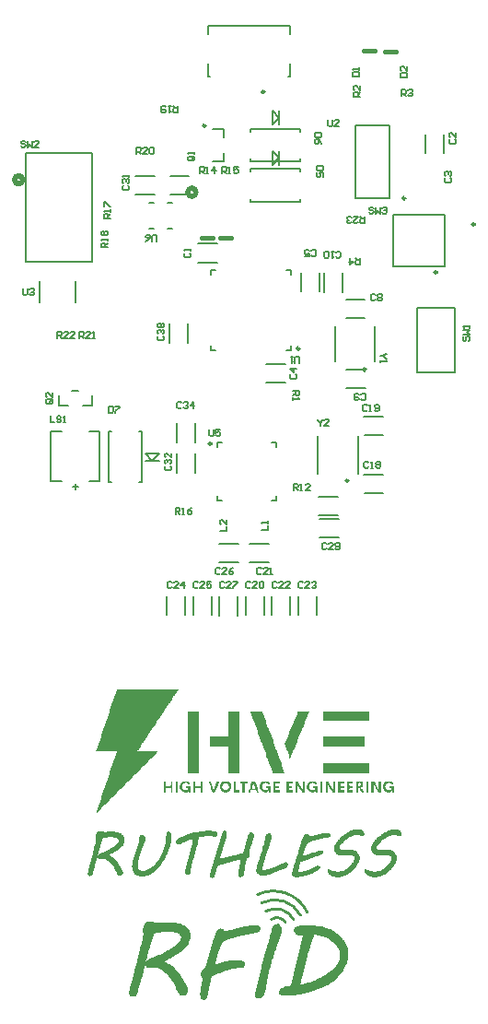
<source format=gto>
G04*
G04 #@! TF.GenerationSoftware,Altium Limited,Altium Designer,23.10.1 (27)*
G04*
G04 Layer_Color=65535*
%FSLAX25Y25*%
%MOIN*%
G70*
G04*
G04 #@! TF.SameCoordinates,1D9EF59F-A9A3-4DE6-AF9F-94A01C22AB5E*
G04*
G04*
G04 #@! TF.FilePolarity,Positive*
G04*
G01*
G75*
%ADD10C,0.00984*%
%ADD11C,0.02000*%
%ADD12C,0.00394*%
%ADD13C,0.00787*%
%ADD14C,0.00600*%
%ADD15C,0.01575*%
%ADD16C,0.00591*%
G36*
X370476Y240766D02*
X353776D01*
Y244344D01*
X370476D01*
Y240766D01*
D02*
G37*
G36*
X368686Y231522D02*
X353776D01*
Y235100D01*
X368686D01*
Y231522D01*
D02*
G37*
G36*
X348707Y243748D02*
X348409D01*
Y243152D01*
X348111D01*
Y242257D01*
X347812D01*
Y241661D01*
X347514D01*
Y240766D01*
X347216D01*
Y240170D01*
X346918D01*
Y239573D01*
X346620D01*
Y238679D01*
X346321D01*
Y238082D01*
X346023D01*
Y237188D01*
X345725D01*
Y236591D01*
X345427D01*
Y235697D01*
X345128D01*
Y235100D01*
X344830D01*
Y234206D01*
X344532D01*
Y233609D01*
X344234D01*
Y232715D01*
X343936D01*
Y232118D01*
X343637D01*
Y231224D01*
X343339D01*
Y230627D01*
X343041D01*
Y230031D01*
X342743D01*
Y229136D01*
X342445D01*
Y228540D01*
X342146D01*
Y227645D01*
X341848D01*
Y227347D01*
X341550D01*
Y228242D01*
X341252D01*
Y228838D01*
X340954D01*
Y229733D01*
X340655D01*
Y230329D01*
X340357D01*
Y231224D01*
X340059D01*
Y232118D01*
X339761D01*
Y232715D01*
X340059D01*
Y233609D01*
X340357D01*
Y234206D01*
X340655D01*
Y234802D01*
X340954D01*
Y235697D01*
X341252D01*
Y236293D01*
X341550D01*
Y237188D01*
X341848D01*
Y237784D01*
X342146D01*
Y238679D01*
X342445D01*
Y239275D01*
X342743D01*
Y239872D01*
X343041D01*
Y240766D01*
X343339D01*
Y241363D01*
X343637D01*
Y242257D01*
X343936D01*
Y242853D01*
X344234D01*
Y243748D01*
X344532D01*
Y244344D01*
X348707D01*
Y243748D01*
D02*
G37*
G36*
X370476Y221979D02*
X353776D01*
Y225558D01*
X370476D01*
Y221979D01*
D02*
G37*
G36*
X331710Y243450D02*
X332008D01*
Y242853D01*
X332306D01*
Y241959D01*
X332604D01*
Y241064D01*
X332902D01*
Y240468D01*
X333201D01*
Y239573D01*
X333499D01*
Y238679D01*
X333797D01*
Y238082D01*
X334095D01*
Y237188D01*
X334393D01*
Y236591D01*
X334692D01*
Y235697D01*
X334990D01*
Y234802D01*
X335288D01*
Y234206D01*
X335586D01*
Y233311D01*
X335884D01*
Y232416D01*
X336182D01*
Y231522D01*
X336481D01*
Y231224D01*
Y230627D01*
X336779D01*
Y230031D01*
X337077D01*
Y229136D01*
X337375D01*
Y228242D01*
X337673D01*
Y227347D01*
X337972D01*
Y226452D01*
X338270D01*
Y225856D01*
X338568D01*
Y224961D01*
X338866D01*
Y224067D01*
X339164D01*
Y223172D01*
X339463D01*
Y222278D01*
X339761D01*
Y221979D01*
X335288D01*
Y222874D01*
X334990D01*
Y223769D01*
X334692D01*
Y224365D01*
X334393D01*
Y225260D01*
X334095D01*
Y226154D01*
X333797D01*
Y227049D01*
X333499D01*
Y227645D01*
X333201D01*
Y228540D01*
X332902D01*
Y229434D01*
X332604D01*
Y230031D01*
X332306D01*
Y230925D01*
X332008D01*
Y231820D01*
X331710D01*
Y232715D01*
X331411D01*
Y233311D01*
X331113D01*
Y234206D01*
X330815D01*
Y235100D01*
X330517D01*
Y235995D01*
X330219D01*
Y236890D01*
X329920D01*
Y237486D01*
X329622D01*
Y238381D01*
X329324D01*
Y239275D01*
X329026D01*
Y240170D01*
X328728D01*
Y240766D01*
X328429D01*
Y241661D01*
X328131D01*
Y242555D01*
X327833D01*
Y243450D01*
X327535D01*
Y244046D01*
X327237D01*
Y244344D01*
X331710D01*
Y243450D01*
D02*
G37*
G36*
X323360Y242555D02*
Y242257D01*
Y221979D01*
X319483D01*
Y231522D01*
X312625D01*
Y235100D01*
X319483D01*
Y244344D01*
X323360D01*
Y242555D01*
D02*
G37*
G36*
X308748Y221979D02*
X304872D01*
Y237188D01*
Y237486D01*
Y244344D01*
X308748D01*
Y221979D01*
D02*
G37*
G36*
X378229Y218699D02*
X378825D01*
Y218401D01*
X379123D01*
Y217805D01*
X378229D01*
Y218103D01*
X377632D01*
Y218401D01*
X377334D01*
Y218103D01*
X376738D01*
Y217805D01*
X376440D01*
Y217208D01*
X376141D01*
Y216910D01*
X376440D01*
Y216015D01*
X376738D01*
Y215717D01*
X378229D01*
Y216015D01*
X378527D01*
Y216612D01*
X377632D01*
Y217208D01*
X379422D01*
Y214823D01*
X378825D01*
Y215419D01*
X378527D01*
Y215121D01*
X377931D01*
Y214823D01*
X376738D01*
Y215121D01*
X376141D01*
Y215419D01*
X375843D01*
Y216015D01*
X375545D01*
Y217805D01*
X375843D01*
Y218401D01*
X376141D01*
Y218699D01*
X376738D01*
Y218997D01*
X378229D01*
Y218699D01*
D02*
G37*
G36*
X350794D02*
X351093D01*
Y218401D01*
X351391D01*
Y217805D01*
X350794D01*
Y218103D01*
X350198D01*
Y218401D01*
X349602D01*
Y218103D01*
X349005D01*
Y217805D01*
X348707D01*
Y216314D01*
X349005D01*
Y215717D01*
X350794D01*
Y216612D01*
X349900D01*
Y217208D01*
X351689D01*
Y214823D01*
X351093D01*
Y215121D01*
X350496D01*
Y214823D01*
X349303D01*
Y215121D01*
X348707D01*
Y215419D01*
X348409D01*
Y215717D01*
X348111D01*
Y216314D01*
X347812D01*
Y217506D01*
X348111D01*
Y218103D01*
X348409D01*
Y218401D01*
X348707D01*
Y218699D01*
X349005D01*
Y218997D01*
X350794D01*
Y218699D01*
D02*
G37*
G36*
X333499D02*
X334095D01*
Y218401D01*
X334393D01*
Y217805D01*
X333797D01*
Y218103D01*
X333201D01*
Y218401D01*
X332604D01*
Y218103D01*
X332008D01*
Y217805D01*
X331710D01*
Y216314D01*
X332008D01*
Y215717D01*
X333797D01*
Y216612D01*
X332902D01*
Y217208D01*
X334692D01*
Y214823D01*
X334095D01*
Y215419D01*
X333797D01*
Y215121D01*
X333499D01*
Y214823D01*
X332306D01*
Y215121D01*
X331710D01*
Y215419D01*
X331411D01*
Y215717D01*
X331113D01*
Y216015D01*
X330815D01*
Y217805D01*
X331113D01*
Y218401D01*
X331411D01*
Y218699D01*
X332008D01*
Y218997D01*
X333499D01*
Y218699D01*
D02*
G37*
G36*
X304872D02*
X305170D01*
Y218401D01*
X305468D01*
Y217805D01*
X304872D01*
Y218103D01*
X304275D01*
Y218401D01*
X303679D01*
Y218103D01*
X303082D01*
Y217805D01*
X302784D01*
Y216314D01*
X303082D01*
Y215717D01*
X304872D01*
Y216612D01*
X303977D01*
Y217208D01*
X305766D01*
Y216612D01*
Y216314D01*
Y214823D01*
X305170D01*
Y215121D01*
X304573D01*
Y214823D01*
X303380D01*
Y215121D01*
X302784D01*
Y215419D01*
X302486D01*
Y215717D01*
X302188D01*
Y216314D01*
X301889D01*
Y217506D01*
X302188D01*
Y218103D01*
X302486D01*
Y218401D01*
X302784D01*
Y218699D01*
X303082D01*
Y218997D01*
X304872D01*
Y218699D01*
D02*
G37*
G36*
X309941Y214823D02*
X309345D01*
Y216612D01*
X307555D01*
Y214823D01*
X306661D01*
Y218997D01*
X307555D01*
Y217208D01*
X309345D01*
Y218997D01*
X309941D01*
Y214823D01*
D02*
G37*
G36*
X299206D02*
X298609D01*
Y216612D01*
X296820D01*
Y214823D01*
X295925D01*
Y218997D01*
X296820D01*
Y217506D01*
Y217208D01*
X298311D01*
Y217506D01*
X298609D01*
Y218997D01*
X299206D01*
Y214823D01*
D02*
G37*
G36*
X374650D02*
X373756D01*
Y215121D01*
X373458D01*
Y215717D01*
X373159D01*
Y216015D01*
X372861D01*
Y216612D01*
X372563D01*
Y217208D01*
X372265D01*
Y217506D01*
X371967D01*
Y214823D01*
X371072D01*
Y218997D01*
X371967D01*
Y218699D01*
X372265D01*
Y218401D01*
X372563D01*
Y217805D01*
X372861D01*
Y217506D01*
X373159D01*
Y216910D01*
X373458D01*
Y216314D01*
X373756D01*
Y218997D01*
X374650D01*
Y214823D01*
D02*
G37*
G36*
X357951D02*
X357057D01*
Y215419D01*
X356758D01*
Y215717D01*
X356460D01*
Y216314D01*
X356162D01*
Y216910D01*
X355864D01*
Y217208D01*
X355566D01*
Y217506D01*
X355267D01*
Y214823D01*
X354671D01*
Y217208D01*
Y217506D01*
Y218997D01*
X355566D01*
Y218699D01*
X355864D01*
Y218103D01*
X356162D01*
Y217506D01*
X356460D01*
Y217208D01*
X356758D01*
Y216612D01*
X357057D01*
Y216314D01*
X357355D01*
Y218997D01*
X357951D01*
Y214823D01*
D02*
G37*
G36*
X346918D02*
X346023D01*
Y215419D01*
X345725D01*
Y215717D01*
X345427D01*
Y216314D01*
X345128D01*
Y216910D01*
X344830D01*
Y217208D01*
X344532D01*
Y217506D01*
X344234D01*
Y214823D01*
X343637D01*
Y218997D01*
X344532D01*
Y218699D01*
X344830D01*
Y218103D01*
X345128D01*
Y217506D01*
X345427D01*
Y217208D01*
X345725D01*
Y216612D01*
X346023D01*
Y216314D01*
X346321D01*
Y216910D01*
Y217208D01*
Y218997D01*
X346918D01*
Y214823D01*
D02*
G37*
G36*
X315905Y218103D02*
X315607D01*
Y217208D01*
X315308D01*
Y216612D01*
X315010D01*
Y215717D01*
X314712D01*
Y215121D01*
X314414D01*
Y214823D01*
X313818D01*
Y215121D01*
X313519D01*
Y215717D01*
X313221D01*
Y216612D01*
X312923D01*
Y217506D01*
X312625D01*
Y218103D01*
X312327D01*
Y218997D01*
X312923D01*
Y218699D01*
X313221D01*
Y218103D01*
X313519D01*
Y217208D01*
X313818D01*
Y216314D01*
X314414D01*
Y217208D01*
X314712D01*
Y218103D01*
X315010D01*
Y218699D01*
X315308D01*
Y218997D01*
X315905D01*
Y218103D01*
D02*
G37*
G36*
X370177Y214823D02*
X369283D01*
Y218997D01*
X370177D01*
Y214823D01*
D02*
G37*
G36*
X367494Y218699D02*
X368090D01*
Y216910D01*
X367494D01*
Y216612D01*
Y216314D01*
X367792D01*
Y216015D01*
X368090D01*
Y215419D01*
X368388D01*
Y214823D01*
X367792D01*
Y215121D01*
X367494D01*
Y215419D01*
X367195D01*
Y216015D01*
X366897D01*
Y216612D01*
X366301D01*
Y214823D01*
X365704D01*
Y218997D01*
X367494D01*
Y218699D01*
D02*
G37*
G36*
X364512Y218103D02*
X363021D01*
Y217506D01*
X363319D01*
Y217208D01*
X364512D01*
Y216612D01*
X363319D01*
Y216314D01*
X363021D01*
Y215717D01*
X364512D01*
Y214823D01*
X362424D01*
Y218997D01*
X364512D01*
Y218103D01*
D02*
G37*
G36*
X361530D02*
X360039D01*
Y217208D01*
X361231D01*
Y216612D01*
X360039D01*
Y215717D01*
X361530D01*
Y214823D01*
X359144D01*
Y218997D01*
X361530D01*
Y218103D01*
D02*
G37*
G36*
X353478Y216612D02*
Y216314D01*
Y214823D01*
X352584D01*
Y218997D01*
X353478D01*
Y216612D01*
D02*
G37*
G36*
X342743Y218103D02*
X341252D01*
Y217208D01*
X342445D01*
Y216612D01*
X341252D01*
Y215717D01*
X342743D01*
Y214823D01*
X340357D01*
Y218997D01*
X342743D01*
Y218103D01*
D02*
G37*
G36*
X337972D02*
X336481D01*
Y217208D01*
X337673D01*
Y216612D01*
X336481D01*
Y215717D01*
X337972D01*
Y214823D01*
X335586D01*
Y215121D01*
Y215419D01*
Y218997D01*
X337972D01*
Y218103D01*
D02*
G37*
G36*
X329026Y218699D02*
Y218401D01*
X329324D01*
Y217805D01*
X329622D01*
Y216910D01*
X329920D01*
Y216015D01*
X330219D01*
Y215121D01*
X330517D01*
Y214823D01*
X329622D01*
Y215419D01*
X329324D01*
Y215717D01*
X327535D01*
Y215121D01*
X327237D01*
Y214823D01*
X326640D01*
Y215717D01*
X326938D01*
Y216314D01*
X327237D01*
Y217208D01*
X327535D01*
Y218103D01*
X327833D01*
Y218699D01*
X328131D01*
Y218997D01*
X329026D01*
Y218699D01*
D02*
G37*
G36*
X326342D02*
Y218401D01*
Y218103D01*
X325447D01*
Y214823D01*
X324553D01*
Y218103D01*
X323658D01*
Y218997D01*
X326342D01*
Y218699D01*
D02*
G37*
G36*
X322167Y217506D02*
Y217208D01*
Y215717D01*
X323360D01*
Y214823D01*
X321272D01*
Y218997D01*
X322167D01*
Y217506D01*
D02*
G37*
G36*
X319185Y218699D02*
X319781D01*
Y218401D01*
X320080D01*
Y218103D01*
X320378D01*
Y216015D01*
X320080D01*
Y215419D01*
X319781D01*
Y215121D01*
X319185D01*
Y214823D01*
X317694D01*
Y215121D01*
X317098D01*
Y215419D01*
X316799D01*
Y216015D01*
X316501D01*
Y217805D01*
X316799D01*
Y218401D01*
X317098D01*
Y218699D01*
X317694D01*
Y218997D01*
X319185D01*
Y218699D01*
D02*
G37*
G36*
X300995Y214823D02*
X300398D01*
Y218401D01*
Y218699D01*
Y218997D01*
X300995D01*
Y214823D01*
D02*
G37*
G36*
X301293Y251800D02*
X300995D01*
Y251501D01*
X300697D01*
Y250905D01*
X300398D01*
Y250607D01*
X300100D01*
Y250010D01*
X299802D01*
Y249712D01*
X299504D01*
Y249116D01*
X299206D01*
Y248817D01*
X298907D01*
Y248221D01*
X298609D01*
Y247923D01*
X298311D01*
Y247326D01*
X298013D01*
Y247028D01*
X297715D01*
Y246432D01*
X297416D01*
Y246134D01*
X297118D01*
Y245537D01*
X296820D01*
Y245239D01*
X296522D01*
Y244643D01*
X296224D01*
Y244344D01*
X295925D01*
Y243748D01*
X295627D01*
Y243450D01*
X295329D01*
Y242853D01*
X295031D01*
Y242555D01*
X294733D01*
Y241959D01*
X294434D01*
Y241661D01*
X294136D01*
Y241064D01*
X293838D01*
Y240766D01*
X293540D01*
Y240170D01*
X293242D01*
Y239872D01*
X292943D01*
Y239275D01*
X292645D01*
Y238977D01*
X292347D01*
Y238381D01*
X292049D01*
Y238082D01*
X291751D01*
Y237486D01*
X291452D01*
Y237188D01*
X291154D01*
Y236591D01*
X290856D01*
Y236293D01*
X290558D01*
Y235697D01*
X290260D01*
Y235399D01*
X289961D01*
Y234802D01*
X289663D01*
Y234504D01*
X289365D01*
Y233908D01*
X289067D01*
Y233609D01*
X288769D01*
Y233013D01*
X288470D01*
Y232715D01*
X288172D01*
Y232118D01*
X287874D01*
Y231820D01*
X287576D01*
Y231224D01*
X287278D01*
Y230925D01*
X286979D01*
Y230329D01*
X286681D01*
Y230031D01*
X286383D01*
Y229733D01*
X293838D01*
Y229434D01*
X293540D01*
Y229136D01*
X293242D01*
Y228838D01*
X292943D01*
Y228540D01*
X292645D01*
Y228242D01*
X292347D01*
Y227943D01*
X292049D01*
Y227645D01*
X291751D01*
Y227347D01*
X291452D01*
Y227049D01*
X291154D01*
Y226751D01*
X290856D01*
Y226452D01*
X290558D01*
Y226154D01*
X290260D01*
Y225856D01*
X289961D01*
Y225558D01*
X289663D01*
Y225260D01*
X289365D01*
Y224961D01*
X289067D01*
Y224663D01*
X288769D01*
Y224365D01*
X288470D01*
Y224067D01*
X288172D01*
Y223769D01*
X287874D01*
Y223470D01*
X287576D01*
Y223172D01*
X287278D01*
Y222874D01*
X286979D01*
Y222576D01*
X286681D01*
Y222278D01*
X286383D01*
Y221979D01*
X286085D01*
Y221681D01*
X285787D01*
Y221383D01*
X285488D01*
Y221085D01*
X285190D01*
Y220787D01*
X284892D01*
Y220488D01*
X284594D01*
Y220190D01*
X284296D01*
Y219892D01*
X283997D01*
Y219594D01*
X283699D01*
Y219296D01*
X283401D01*
Y218997D01*
X283103D01*
Y218699D01*
X282805D01*
Y218401D01*
X282506D01*
Y218103D01*
X282208D01*
Y217805D01*
X281910D01*
Y217506D01*
X281612D01*
Y217208D01*
X281314D01*
Y216910D01*
X281015D01*
Y216612D01*
X280717D01*
Y216314D01*
X280419D01*
Y216015D01*
X280121D01*
Y215717D01*
X279823D01*
Y215419D01*
X279524D01*
Y215121D01*
X279226D01*
Y214823D01*
X278928D01*
Y214524D01*
X278630D01*
Y214226D01*
X278332D01*
Y213928D01*
X278033D01*
Y213630D01*
X277735D01*
Y213332D01*
X277437D01*
Y213033D01*
X277139D01*
Y212735D01*
X276841D01*
Y212437D01*
X276542D01*
Y212139D01*
X276244D01*
Y211841D01*
X275946D01*
Y211542D01*
X275648D01*
Y211244D01*
X275350D01*
Y210946D01*
X275051D01*
Y210648D01*
X274753D01*
Y210350D01*
X274455D01*
Y210051D01*
X274157D01*
Y209753D01*
X273859D01*
Y209455D01*
X273560D01*
Y209157D01*
X273262D01*
Y208859D01*
X272964D01*
Y208560D01*
X272666D01*
Y208262D01*
X272368D01*
Y207964D01*
X272069D01*
Y207666D01*
X271771D01*
Y208560D01*
X272069D01*
Y209455D01*
X272368D01*
Y210350D01*
X272666D01*
Y211244D01*
X272964D01*
Y212139D01*
X273262D01*
Y213033D01*
X273560D01*
Y213928D01*
X273859D01*
Y214823D01*
X274157D01*
Y215717D01*
X274455D01*
Y216612D01*
X274753D01*
Y217506D01*
X275051D01*
Y218401D01*
X275350D01*
Y219296D01*
X275648D01*
Y220190D01*
X275946D01*
Y221085D01*
X276244D01*
Y221979D01*
X276542D01*
Y222874D01*
X276841D01*
Y223769D01*
X277139D01*
Y224663D01*
X277437D01*
Y225558D01*
X277735D01*
Y226452D01*
X278033D01*
Y227347D01*
X278332D01*
Y228242D01*
X278630D01*
Y229136D01*
X278928D01*
Y229733D01*
X271473D01*
Y230031D01*
X271771D01*
Y230925D01*
X272069D01*
Y231820D01*
X272368D01*
Y232715D01*
X272666D01*
Y233609D01*
X272964D01*
Y234504D01*
X273262D01*
Y235399D01*
X273560D01*
Y236293D01*
X273859D01*
Y237188D01*
X274157D01*
Y238082D01*
X274455D01*
Y238977D01*
X274753D01*
Y239275D01*
Y239573D01*
Y239872D01*
X275051D01*
Y240766D01*
X275350D01*
Y241661D01*
X275648D01*
Y242555D01*
X275946D01*
Y243450D01*
X276244D01*
Y244344D01*
X276542D01*
Y245239D01*
X276841D01*
Y246134D01*
X277139D01*
Y247028D01*
X277437D01*
Y247923D01*
X277735D01*
Y248817D01*
X278033D01*
Y249712D01*
X278332D01*
Y250607D01*
X278630D01*
Y251501D01*
X278928D01*
Y252098D01*
X301293D01*
Y251800D01*
D02*
G37*
G36*
X271771Y207368D02*
X271473D01*
Y207666D01*
X271771D01*
Y207368D01*
D02*
G37*
G36*
X329869Y166793D02*
X330087D01*
X330415Y166684D01*
X330470D01*
X330579Y166629D01*
X330689Y166520D01*
X330798Y166356D01*
X330853Y166301D01*
X330908Y166246D01*
X330962Y166082D01*
Y165918D01*
Y165864D01*
Y165809D01*
X330908Y165481D01*
Y165426D01*
X330853Y165317D01*
X330689Y164989D01*
X330634Y164934D01*
X330579Y164879D01*
X330251Y164551D01*
X330197Y164497D01*
X330087Y164442D01*
X329814Y164333D01*
X329541Y164223D01*
X329431D01*
X329322Y164169D01*
X329103Y164114D01*
X329048D01*
X328884Y164059D01*
X328666D01*
X328338Y164005D01*
X328283D01*
X328064Y163950D01*
X327791Y163895D01*
X327463Y163840D01*
X327408D01*
X327189Y163786D01*
X326916Y163731D01*
X326588Y163676D01*
X326479D01*
X326150Y163567D01*
X325604Y163458D01*
X325002Y163348D01*
X324947D01*
X324838Y163294D01*
X324674D01*
X324455Y163239D01*
X323908Y163075D01*
X323252Y162911D01*
X323198D01*
X323088Y162856D01*
X322924D01*
X322651Y162747D01*
X322104Y162637D01*
X321393Y162419D01*
X321339D01*
X321229Y162364D01*
X321065Y162309D01*
X320846Y162255D01*
X320245Y162091D01*
X319643Y161872D01*
X319589D01*
X319534Y161817D01*
X319151Y161708D01*
X318659Y161489D01*
X318167Y161270D01*
X318058Y161216D01*
X317784Y161107D01*
X317456Y160888D01*
X317183Y160669D01*
Y160614D01*
X317073Y160505D01*
X316964Y160232D01*
X316800Y159904D01*
X316745Y159794D01*
X316636Y159575D01*
X316527Y159193D01*
X316308Y158701D01*
Y158646D01*
X316253Y158591D01*
X316144Y158263D01*
X316035Y157771D01*
X315816Y157224D01*
Y157169D01*
X315761Y157115D01*
X315706Y156787D01*
X315543Y156295D01*
X315378Y155803D01*
Y155748D01*
Y155693D01*
X315269Y155420D01*
X315160Y155037D01*
X315050Y154600D01*
Y154545D01*
X314996Y154326D01*
X314941Y154107D01*
X314886Y153943D01*
Y153889D01*
X314832Y153834D01*
X314777Y153615D01*
X314722Y153342D01*
Y153287D01*
X314668Y153123D01*
X314558Y152686D01*
X314668Y152740D01*
X314886Y152795D01*
X315324Y152904D01*
X315816Y153068D01*
X316417Y153233D01*
X317073Y153451D01*
X318495Y153779D01*
X318605D01*
X318823Y153834D01*
X319206Y153943D01*
X319753Y154053D01*
X320300Y154107D01*
X321010Y154217D01*
X322432Y154271D01*
X322924D01*
X323252Y154217D01*
X323580D01*
X323854Y154162D01*
X324237Y154107D01*
X324346D01*
X324510Y153998D01*
X324783Y153889D01*
X325057Y153725D01*
X325112Y153670D01*
X325275Y153561D01*
X325385Y153342D01*
X325440Y153014D01*
Y152904D01*
X325385Y152795D01*
Y152740D01*
Y152631D01*
X325275Y152303D01*
Y152248D01*
X325221Y152139D01*
X325166Y151975D01*
X325002Y151756D01*
X324947Y151701D01*
X324893Y151647D01*
X324729Y151483D01*
X324510Y151373D01*
X324455D01*
X324401Y151428D01*
X322979D01*
X322541Y151373D01*
X322159Y151319D01*
X321175Y151209D01*
X321120D01*
X320956Y151155D01*
X320682Y151100D01*
X320409Y151045D01*
X319972Y150936D01*
X319589Y150827D01*
X318605Y150553D01*
X318550D01*
X318386Y150499D01*
X318112Y150389D01*
X317839Y150280D01*
X317402Y150171D01*
X317019Y150006D01*
X316035Y149624D01*
X315980D01*
X315816Y149514D01*
X315543Y149460D01*
X315214Y149296D01*
X314832Y149132D01*
X314394Y148968D01*
X313465Y148530D01*
X311660Y140766D01*
Y140711D01*
X311606Y140602D01*
X311496Y140437D01*
X311332Y140273D01*
X311277Y140219D01*
X311168Y140164D01*
X311059Y140055D01*
X310840Y140000D01*
X310293D01*
X310020Y140055D01*
X309746Y140219D01*
X309473Y140547D01*
X309418Y140656D01*
X309364Y140930D01*
X309254Y141367D01*
X309200Y141914D01*
Y141969D01*
Y142023D01*
Y142187D01*
Y142406D01*
X309254Y142898D01*
X309309Y143500D01*
Y143554D01*
X309364Y143664D01*
Y143828D01*
X309418Y144046D01*
X309528Y144593D01*
X309637Y145195D01*
Y145249D01*
X309692Y145359D01*
Y145523D01*
X309746Y145741D01*
X309801Y146233D01*
X309910Y146726D01*
Y146780D01*
Y146835D01*
X309965Y147108D01*
X310020Y147436D01*
Y147765D01*
X309965Y147819D01*
X309910Y147983D01*
X309746Y148202D01*
X309582Y148421D01*
Y148475D01*
X309528Y148639D01*
X309473Y148913D01*
X309418Y149241D01*
Y149296D01*
Y149405D01*
X309473Y149733D01*
X309582Y150116D01*
X309801Y150499D01*
X309856Y150608D01*
X310129Y150827D01*
X310457Y151100D01*
X310895Y151428D01*
X310949Y151483D01*
X311004Y151592D01*
Y151647D01*
X311059Y151701D01*
X311168Y151920D01*
Y151975D01*
X311223Y152030D01*
X311277Y152248D01*
Y152303D01*
X311332Y152358D01*
X311387Y152576D01*
X312098Y155256D01*
Y155310D01*
X312152Y155529D01*
X312262Y155803D01*
X312371Y156185D01*
X312590Y157060D01*
X312863Y157935D01*
Y157990D01*
X312918Y158154D01*
X313027Y158372D01*
X313082Y158646D01*
X313301Y159357D01*
X313519Y160068D01*
Y160122D01*
X313574Y160232D01*
X313629Y160396D01*
X313683Y160614D01*
X313847Y161161D01*
X314011Y161708D01*
Y161763D01*
X314066Y161817D01*
X314176Y162200D01*
X314339Y162637D01*
X314504Y163184D01*
Y163239D01*
X314558Y163348D01*
X314613Y163567D01*
X314722Y163840D01*
X314777Y163895D01*
X314886Y164114D01*
X314996Y164387D01*
X315160Y164661D01*
X315214Y164715D01*
X315324Y164934D01*
X315488Y165153D01*
X315706Y165372D01*
X315761Y165426D01*
X315925Y165536D01*
X316144Y165645D01*
X316363Y165700D01*
X316800D01*
X317183Y165645D01*
X317456Y165536D01*
X317511D01*
X317620Y165481D01*
X317784Y165372D01*
X317839Y165208D01*
X318003Y164825D01*
X318058D01*
X318222Y164879D01*
X318495D01*
X318823Y164934D01*
X318933D01*
X319151Y164989D01*
X319534Y165098D01*
X319917Y165153D01*
X320026Y165208D01*
X320245Y165262D01*
X320573Y165317D01*
X320956Y165426D01*
X321065D01*
X321229Y165481D01*
X321448Y165536D01*
X321667Y165590D01*
X321721D01*
X321885Y165645D01*
X322104Y165700D01*
X322377Y165809D01*
X323088Y165973D01*
X323854Y166137D01*
X323908D01*
X324018Y166192D01*
X324237Y166246D01*
X324510Y166301D01*
X325112Y166410D01*
X325768Y166520D01*
X325822D01*
X325932Y166575D01*
X326096D01*
X326314Y166629D01*
X326861Y166684D01*
X327463Y166738D01*
X327627D01*
X327791Y166793D01*
X328010D01*
X328502Y166848D01*
X329595D01*
X329869Y166793D01*
D02*
G37*
G36*
X348515D02*
X349225D01*
X350702Y166684D01*
X351030D01*
X351413Y166629D01*
X351850Y166575D01*
X352397Y166520D01*
X352998Y166410D01*
X354256Y166137D01*
X354311D01*
X354529Y166082D01*
X354857Y165973D01*
X355295Y165809D01*
X355787Y165645D01*
X356334Y165426D01*
X357427Y164879D01*
X357482Y164825D01*
X357701Y164715D01*
X357974Y164551D01*
X358357Y164278D01*
X358794Y163950D01*
X359232Y163567D01*
X359779Y163130D01*
X360271Y162637D01*
X360380Y162528D01*
X360599Y162309D01*
X360872Y161927D01*
X361200Y161489D01*
Y161435D01*
X361310Y161380D01*
X361474Y161052D01*
X361747Y160614D01*
X362020Y160068D01*
Y160013D01*
X362075Y159958D01*
X362239Y159630D01*
X362403Y159083D01*
X362567Y158482D01*
Y158427D01*
X362622Y158318D01*
Y158154D01*
X362677Y157935D01*
X362731Y157334D01*
X362786Y156623D01*
Y156513D01*
Y156295D01*
Y155967D01*
X362731Y155529D01*
Y155420D01*
X362677Y155201D01*
Y154873D01*
X362622Y154545D01*
Y154436D01*
X362513Y154217D01*
X362403Y153779D01*
X362239Y153287D01*
X362020Y152740D01*
X361747Y152139D01*
X361146Y150881D01*
X361091Y150827D01*
X360982Y150608D01*
X360763Y150335D01*
X360544Y149952D01*
X360216Y149514D01*
X359833Y149022D01*
X358958Y148038D01*
X358904Y147983D01*
X358740Y147819D01*
X358466Y147600D01*
X358138Y147272D01*
X357755Y146944D01*
X357263Y146562D01*
X356224Y145851D01*
X356170Y145796D01*
X355951Y145687D01*
X355678Y145523D01*
X355295Y145304D01*
X354803Y145085D01*
X354311Y144812D01*
X353162Y144265D01*
X353108Y144210D01*
X352889Y144156D01*
X352561Y144046D01*
X352178Y143882D01*
X351686Y143718D01*
X351139Y143500D01*
X349936Y143117D01*
X349882D01*
X349663Y143062D01*
X349335Y142953D01*
X348897Y142843D01*
X348405Y142679D01*
X347858Y142515D01*
X346710Y142242D01*
X346655D01*
X346601Y142187D01*
X346273Y142132D01*
X345835Y141969D01*
X345234Y141859D01*
X345070D01*
X344906Y141804D01*
X344742Y141750D01*
X344195Y141695D01*
X343593Y141586D01*
X343429D01*
X343265Y141531D01*
X343101D01*
X342554Y141476D01*
X341953Y141422D01*
X341461D01*
X340969Y141367D01*
X339547D01*
X339110Y141422D01*
X339000D01*
X338781Y141476D01*
X338508Y141586D01*
X338235Y141695D01*
X338180Y141750D01*
X338071Y141804D01*
X337907Y141914D01*
X337743Y142078D01*
Y142132D01*
X337688Y142242D01*
X337633Y142570D01*
Y142625D01*
Y142789D01*
X337688Y143007D01*
X337797Y143281D01*
X337852Y143335D01*
X337961Y143500D01*
X338180Y143773D01*
X338508Y144046D01*
X338563D01*
X338672Y144156D01*
X338836Y144210D01*
X339000Y144320D01*
X339547Y144593D01*
X340148Y144757D01*
X340203D01*
X340313Y144812D01*
X340477D01*
X340695Y144867D01*
X341297Y144921D01*
X341953Y145031D01*
X346437Y163130D01*
X345617D01*
X345288Y163184D01*
X345234D01*
X345070Y163239D01*
X344796Y163294D01*
X344523Y163348D01*
X344468D01*
X344304Y163403D01*
X344085Y163512D01*
X343921Y163622D01*
X343867Y163731D01*
X343703Y163950D01*
Y164005D01*
X343648Y164114D01*
X343429Y164387D01*
Y164442D01*
X343375Y164551D01*
X343211Y164879D01*
Y164934D01*
Y165043D01*
X343156Y165426D01*
Y165481D01*
X343211Y165645D01*
X343320Y165864D01*
X343484Y166082D01*
X343539Y166137D01*
X343703Y166246D01*
X343976Y166410D01*
X344304Y166520D01*
X344413Y166575D01*
X344632Y166629D01*
X345015Y166684D01*
X345452Y166738D01*
X345562D01*
X345835Y166793D01*
X346163Y166848D01*
X347858D01*
X348515Y166793D01*
D02*
G37*
G36*
X291319Y168270D02*
X291593Y168215D01*
X291647D01*
X291811Y168160D01*
X292085Y168105D01*
X292358Y168051D01*
X292413D01*
X292632Y167996D01*
X292905Y167941D01*
X293233Y167832D01*
X293506D01*
X293780Y167777D01*
X294873D01*
X295038Y167832D01*
X295639D01*
X295858Y167887D01*
X296186D01*
X296623Y167941D01*
X296733D01*
X297061Y167996D01*
X298865D01*
X299303Y167941D01*
X299412D01*
X299740Y167887D01*
X300177Y167832D01*
X300724Y167777D01*
X300834D01*
X301216Y167668D01*
X301654Y167559D01*
X302201Y167395D01*
X302255D01*
X302310Y167340D01*
X302693Y167231D01*
X303130Y167012D01*
X303622Y166738D01*
X303677D01*
X303732Y166684D01*
X304005Y166465D01*
X304388Y166137D01*
X304770Y165754D01*
X304880Y165645D01*
X305044Y165372D01*
X305317Y164879D01*
X305536Y164333D01*
Y164278D01*
X305591Y164059D01*
X305645Y163840D01*
X305700Y163567D01*
Y163512D01*
X305755Y163348D01*
Y163130D01*
Y162911D01*
Y162856D01*
Y162747D01*
Y162528D01*
X305700Y162255D01*
X305536Y161544D01*
X305208Y160724D01*
X305153Y160669D01*
X305099Y160505D01*
X304935Y160286D01*
X304770Y160013D01*
X304169Y159302D01*
X303458Y158482D01*
X303403Y158427D01*
X303294Y158318D01*
X303075Y158099D01*
X302747Y157826D01*
X302419Y157552D01*
X301982Y157224D01*
X300998Y156513D01*
X300888Y156459D01*
X300615Y156295D01*
X300232Y156021D01*
X299685Y155748D01*
X299631D01*
X299576Y155693D01*
X299248Y155529D01*
X298810Y155256D01*
X298264Y154982D01*
X298209D01*
X298154Y154928D01*
X297881Y154764D01*
X297443Y154545D01*
X297006Y154271D01*
X296897Y154217D01*
X296733Y154107D01*
X296459Y153998D01*
X296240Y153834D01*
X296295D01*
X296350Y153779D01*
X296623Y153670D01*
X297006Y153451D01*
X297443Y153233D01*
X297498D01*
X297553Y153178D01*
X297881Y153014D01*
X298264Y152740D01*
X298756Y152412D01*
X298810D01*
X298865Y152358D01*
X299193Y152084D01*
X299576Y151756D01*
X300068Y151264D01*
X300123Y151209D01*
X300177Y151155D01*
X300505Y150827D01*
X300943Y150280D01*
X301490Y149624D01*
X301544Y149569D01*
X301599Y149460D01*
X301763Y149241D01*
X301927Y149022D01*
X302146Y148694D01*
X302419Y148311D01*
X302966Y147382D01*
X303021Y147327D01*
X303130Y147163D01*
X303294Y146890D01*
X303458Y146507D01*
X303732Y146070D01*
X304005Y145577D01*
X304278Y144976D01*
X304607Y144320D01*
X304661Y144265D01*
X304716Y144046D01*
X304770Y143718D01*
X304825Y143390D01*
Y143335D01*
Y143171D01*
X304770Y142953D01*
X304661Y142679D01*
X304607Y142625D01*
X304552Y142461D01*
X304388Y142242D01*
X304224Y141969D01*
X304169Y141914D01*
X304060Y141804D01*
X303896Y141695D01*
X303622Y141531D01*
X303568D01*
X303403Y141476D01*
X303185Y141422D01*
X302857Y141367D01*
X302747D01*
X302529Y141422D01*
X302146Y141531D01*
X301818Y141804D01*
X301763Y141859D01*
X301599Y142132D01*
X301326Y142461D01*
X301052Y142953D01*
Y143007D01*
X300998Y143062D01*
X300888Y143226D01*
X300834Y143445D01*
X300560Y143992D01*
X300232Y144648D01*
Y144702D01*
X300177Y144812D01*
X300068Y145031D01*
X299959Y145249D01*
X299685Y145905D01*
X299303Y146616D01*
X299248Y146671D01*
X299193Y146780D01*
X299029Y146999D01*
X298865Y147272D01*
X298428Y147874D01*
X297826Y148585D01*
X297772Y148639D01*
X297717Y148749D01*
X297553Y148913D01*
X297334Y149132D01*
X296787Y149624D01*
X296186Y150171D01*
X296131Y150225D01*
X296022Y150280D01*
X295858Y150444D01*
X295639Y150553D01*
X295038Y150936D01*
X294381Y151264D01*
X294327D01*
X294217Y151319D01*
X294053Y151373D01*
X293780Y151483D01*
X293233Y151592D01*
X292522Y151647D01*
X291921D01*
X291593Y151592D01*
X291265Y151538D01*
X291210D01*
X290991Y151483D01*
X290718Y151428D01*
X290444Y151373D01*
X290335Y151428D01*
X290116Y151538D01*
X289843Y151756D01*
X289624Y152030D01*
X289569Y152084D01*
X289515Y152303D01*
X289405Y152631D01*
X289351Y153014D01*
Y153287D01*
X287929Y147655D01*
Y147600D01*
X287874Y147436D01*
X287820Y147218D01*
X287710Y146890D01*
Y146835D01*
X287656Y146616D01*
X287546Y146288D01*
X287437Y145905D01*
Y145796D01*
X287328Y145577D01*
X287218Y145195D01*
X287109Y144757D01*
Y144648D01*
X287000Y144374D01*
X286890Y144046D01*
X286781Y143609D01*
Y143500D01*
X286726Y143281D01*
X286617Y142953D01*
X286507Y142625D01*
Y142570D01*
X286453Y142406D01*
X286398Y142187D01*
X286343Y141969D01*
X286289Y141914D01*
X286179Y141750D01*
X286015Y141531D01*
X285742Y141312D01*
X285687Y141258D01*
X285523Y141203D01*
X285250Y141148D01*
X284922Y141094D01*
X284812D01*
X284484Y141148D01*
X284102Y141258D01*
X283773Y141531D01*
X283719Y141586D01*
X283664Y141804D01*
X283555Y142132D01*
X283500Y142570D01*
Y142625D01*
Y142734D01*
Y143062D01*
Y143117D01*
X283555Y143226D01*
X283609Y143609D01*
Y143664D01*
X283664Y143773D01*
X283719Y143992D01*
X283773Y144320D01*
X283883Y144702D01*
X283992Y145140D01*
X284102Y145632D01*
X284265Y146179D01*
X284594Y147382D01*
X284976Y148749D01*
X285359Y150225D01*
X285742Y151701D01*
Y151756D01*
X285797Y151866D01*
X285851Y152084D01*
X285906Y152412D01*
X286015Y152740D01*
X286125Y153178D01*
X286289Y153670D01*
X286398Y154217D01*
X286726Y155420D01*
X287109Y156787D01*
X287492Y158263D01*
X287874Y159794D01*
Y159904D01*
X287929Y160122D01*
X288038Y160450D01*
X288093Y160778D01*
Y160888D01*
X288148Y161107D01*
X288257Y161380D01*
X288312Y161763D01*
Y161872D01*
X288367Y162091D01*
X288421Y162364D01*
X288476Y162747D01*
Y162856D01*
X288531Y163075D01*
X288585Y163403D01*
Y163786D01*
Y163840D01*
Y164005D01*
Y164223D01*
X288531Y164497D01*
Y164551D01*
Y164770D01*
X288476Y164989D01*
Y165317D01*
Y165372D01*
Y165590D01*
X288531Y165864D01*
X288585Y166192D01*
Y166246D01*
X288640Y166356D01*
X288695Y166575D01*
X288804Y166793D01*
X289023Y167340D01*
X289187Y167559D01*
X289351Y167777D01*
X289460Y167887D01*
X289734Y168051D01*
X290171Y168215D01*
X290827Y168324D01*
X291046D01*
X291319Y168270D01*
D02*
G37*
G36*
X337688Y167449D02*
X337907Y167285D01*
X338180Y167012D01*
X338453Y166629D01*
X338508Y166520D01*
X338617Y166301D01*
X338727Y165918D01*
X338781Y165481D01*
Y165372D01*
Y165153D01*
X338727Y164825D01*
X338617Y164387D01*
Y164278D01*
X338508Y164005D01*
X338399Y163567D01*
X338235Y163075D01*
Y163020D01*
X338180Y162966D01*
X338071Y162637D01*
X337961Y162200D01*
X337743Y161653D01*
Y161599D01*
X337688Y161544D01*
X337579Y161161D01*
X337415Y160669D01*
X337196Y160122D01*
Y160068D01*
X337086Y159849D01*
X337032Y159575D01*
X336868Y159193D01*
X336758Y158755D01*
X336594Y158263D01*
X336211Y157169D01*
Y157115D01*
X336102Y156896D01*
X336048Y156623D01*
X335883Y156240D01*
X335774Y155748D01*
X335610Y155256D01*
X335227Y154053D01*
Y153998D01*
X335118Y153834D01*
X335009Y153561D01*
X334899Y153233D01*
Y153178D01*
X334844Y152959D01*
X334735Y152631D01*
X334626Y152303D01*
Y152194D01*
X334571Y151975D01*
X334462Y151592D01*
X334298Y151155D01*
Y151045D01*
X334188Y150772D01*
X334079Y150280D01*
X333970Y149733D01*
Y149678D01*
X333915Y149569D01*
Y149405D01*
X333860Y149132D01*
X333696Y148530D01*
X333587Y147819D01*
Y147765D01*
Y147655D01*
X333532Y147491D01*
X333477Y147218D01*
X333368Y146616D01*
X333259Y145905D01*
Y145851D01*
Y145741D01*
X333204Y145577D01*
Y145304D01*
X333095Y144702D01*
X332931Y143992D01*
Y143937D01*
Y143828D01*
X332876Y143609D01*
X332821Y143390D01*
X332712Y142734D01*
X332548Y141969D01*
Y141914D01*
X332493Y141750D01*
X332220Y141367D01*
X332165Y141312D01*
X332056Y141258D01*
X331892Y141094D01*
X331673Y140930D01*
X331618Y140875D01*
X331509Y140820D01*
X331290Y140711D01*
X331072Y140602D01*
X331017D01*
X330908Y140547D01*
X330689Y140492D01*
X330306D01*
X329923Y140547D01*
X329869D01*
X329814Y140602D01*
X329541Y140766D01*
X329486Y140820D01*
X329431Y140930D01*
X329158Y141258D01*
Y141312D01*
X329103Y141422D01*
X329048Y141640D01*
Y141859D01*
Y141914D01*
Y141969D01*
X329103Y142023D01*
Y142187D01*
X331290Y151592D01*
Y151647D01*
X331345Y151701D01*
X331400Y152030D01*
X331509Y152522D01*
X331673Y153123D01*
Y153178D01*
X331728Y153287D01*
X331782Y153451D01*
X331837Y153670D01*
X331946Y154217D01*
X332111Y154873D01*
Y154928D01*
X332165Y155037D01*
X332220Y155201D01*
X332275Y155474D01*
X332439Y156076D01*
X332657Y156732D01*
Y156787D01*
X332712Y156896D01*
X332767Y157115D01*
X332821Y157334D01*
X332985Y157935D01*
X333204Y158537D01*
Y158591D01*
X333259Y158701D01*
X333313Y158865D01*
X333368Y159083D01*
X333532Y159575D01*
X333642Y160122D01*
Y160177D01*
X333696Y160232D01*
X333751Y160560D01*
X333915Y160997D01*
X334024Y161435D01*
Y161489D01*
X334079Y161653D01*
X334188Y161872D01*
X334243Y162145D01*
X334462Y162911D01*
X334681Y163731D01*
Y163786D01*
X334735Y163950D01*
X334790Y164169D01*
X334899Y164497D01*
X334954Y164879D01*
X335063Y165262D01*
X335282Y166192D01*
Y166246D01*
X335337Y166301D01*
X335555Y166575D01*
X335883Y166903D01*
X336266Y167176D01*
X336321D01*
X336376Y167231D01*
X336649Y167340D01*
X337086Y167449D01*
X337579Y167504D01*
X337688Y167449D01*
D02*
G37*
G36*
X380479Y201614D02*
X380742Y201548D01*
X380774D01*
X380807Y201515D01*
X380971Y201482D01*
X381201Y201384D01*
X381430Y201220D01*
X381496Y201187D01*
X381594Y201089D01*
X381758Y200925D01*
X381890Y200695D01*
X381922Y200630D01*
X381988Y200498D01*
X382054Y200269D01*
X382086Y199974D01*
Y199941D01*
Y199842D01*
X382021Y199580D01*
Y199547D01*
X381988Y199482D01*
X381857Y199318D01*
X381824Y199252D01*
X381693Y199154D01*
X381627D01*
X381496Y199121D01*
X381332D01*
X381135Y199154D01*
X380938Y199186D01*
X380906D01*
X380807Y199219D01*
X380643Y199285D01*
X380479Y199318D01*
X380446Y199350D01*
X380348Y199383D01*
X380184Y199416D01*
X380020Y199482D01*
X379987D01*
X379889Y199514D01*
X379758Y199547D01*
X379266D01*
X379036Y199514D01*
X378806Y199482D01*
X378511Y199416D01*
X377921Y199219D01*
X377888D01*
X377790Y199154D01*
X377626Y199088D01*
X377429Y199022D01*
X377166Y198891D01*
X376904Y198760D01*
X376314Y198432D01*
X376281Y198399D01*
X376182Y198334D01*
X376051Y198235D01*
X375854Y198104D01*
X375395Y197776D01*
X374870Y197350D01*
X374838Y197317D01*
X374739Y197251D01*
X374608Y197120D01*
X374444Y196989D01*
X374050Y196595D01*
X373624Y196169D01*
X373591Y196103D01*
X373460Y195972D01*
X373329Y195808D01*
X373198Y195578D01*
X373165Y195546D01*
X373132Y195414D01*
X373099Y195218D01*
X373066Y195021D01*
Y194955D01*
X373099Y194791D01*
X373198Y194594D01*
X373394Y194398D01*
X373427D01*
X373460Y194365D01*
X373624Y194299D01*
X373919Y194201D01*
X374247Y194168D01*
X375690D01*
X375854Y194201D01*
X376445D01*
X376609Y194234D01*
X377265D01*
X377429Y194201D01*
X377855Y194168D01*
X378282Y194037D01*
X378314D01*
X378380Y194004D01*
X378511Y193971D01*
X378642Y193906D01*
X379003Y193742D01*
X379364Y193512D01*
X379397D01*
X379462Y193446D01*
X379659Y193250D01*
X379889Y192987D01*
X380118Y192594D01*
Y192561D01*
X380151Y192495D01*
X380217Y192397D01*
X380282Y192233D01*
X380315Y192069D01*
X380381Y191839D01*
X380414Y191347D01*
Y191314D01*
Y191282D01*
Y191085D01*
X380348Y190790D01*
X380282Y190462D01*
Y190429D01*
X380250Y190396D01*
X380217Y190199D01*
X380118Y189904D01*
X379954Y189576D01*
Y189543D01*
X379922Y189510D01*
X379790Y189314D01*
X379626Y189051D01*
X379430Y188723D01*
Y188690D01*
X379364Y188658D01*
X379233Y188461D01*
X379036Y188198D01*
X378806Y187870D01*
X378774Y187838D01*
X378708Y187739D01*
X378577Y187608D01*
X378446Y187411D01*
X378249Y187182D01*
X378019Y186952D01*
X377527Y186460D01*
X377494Y186427D01*
X377396Y186362D01*
X377265Y186230D01*
X377068Y186066D01*
X376838Y185902D01*
X376576Y185706D01*
X375986Y185312D01*
X375953Y185279D01*
X375854Y185246D01*
X375690Y185148D01*
X375494Y185050D01*
X375231Y184918D01*
X374936Y184787D01*
X374280Y184558D01*
X374247D01*
X374116Y184525D01*
X373952Y184459D01*
X373722Y184426D01*
X373460Y184361D01*
X373132Y184295D01*
X372476Y184262D01*
X372214D01*
X371951Y184295D01*
X371623Y184328D01*
X371558D01*
X371361Y184394D01*
X371098Y184459D01*
X370770Y184558D01*
X370738D01*
X370705Y184590D01*
X370541Y184656D01*
X370278Y184754D01*
X369983Y184886D01*
X369918Y184918D01*
X369754Y185050D01*
X369557Y185181D01*
X369327Y185378D01*
X369294Y185443D01*
X369163Y185574D01*
X369032Y185771D01*
X368901Y186001D01*
X368868Y186066D01*
X368835Y186230D01*
X368770Y186460D01*
X368737Y186722D01*
Y186755D01*
Y186854D01*
X368770Y187083D01*
Y187116D01*
X368835Y187182D01*
X368934Y187247D01*
X369098Y187280D01*
X369130D01*
X369163Y187247D01*
X369327Y187182D01*
X369557Y187116D01*
X369819Y186985D01*
X369852D01*
X369885Y186952D01*
X370082Y186886D01*
X370311Y186788D01*
X370606Y186657D01*
X370639D01*
X370672Y186624D01*
X370869Y186558D01*
X371131Y186493D01*
X371459Y186394D01*
X371525D01*
X371623Y186362D01*
X371754D01*
X372050Y186329D01*
X372410Y186296D01*
X372640D01*
X372771Y186329D01*
X373165Y186362D01*
X373591Y186427D01*
X373624D01*
X373690Y186460D01*
X373821Y186493D01*
X373985Y186526D01*
X374346Y186657D01*
X374772Y186821D01*
X374805D01*
X374870Y186886D01*
X375002Y186952D01*
X375133Y187018D01*
X375494Y187247D01*
X375887Y187510D01*
X375920Y187542D01*
X375986Y187575D01*
X376084Y187674D01*
X376215Y187772D01*
X376510Y188034D01*
X376838Y188395D01*
X376871Y188428D01*
X376937Y188494D01*
X377002Y188592D01*
X377134Y188723D01*
X377396Y189051D01*
X377658Y189379D01*
Y189412D01*
X377724Y189445D01*
X377855Y189642D01*
X378019Y189904D01*
X378183Y190199D01*
Y190232D01*
X378216Y190265D01*
X378282Y190396D01*
X378380Y190593D01*
X378446Y190790D01*
X378478Y190822D01*
X378511Y190954D01*
X378544Y191085D01*
Y191216D01*
Y191282D01*
X378511Y191380D01*
X378478Y191544D01*
X378347Y191708D01*
X378314Y191741D01*
X378216Y191839D01*
X378085Y191938D01*
X377855Y192036D01*
X377790Y192069D01*
X377658Y192102D01*
X377429Y192167D01*
X377166Y192200D01*
X377101D01*
X376937Y192233D01*
X376674Y192266D01*
X376018D01*
X375789Y192233D01*
X375362D01*
X375100Y192200D01*
X373690D01*
X373460Y192233D01*
X373165Y192266D01*
X373099D01*
X372935Y192331D01*
X372673Y192397D01*
X372410Y192528D01*
X372345Y192561D01*
X372181Y192659D01*
X371984Y192823D01*
X371722Y193020D01*
X371689Y193086D01*
X371558Y193250D01*
X371394Y193479D01*
X371230Y193807D01*
Y193840D01*
X371197Y193906D01*
X371164Y194004D01*
X371098Y194135D01*
Y194168D01*
Y194266D01*
X371066Y194430D01*
Y194594D01*
Y194627D01*
Y194758D01*
Y194922D01*
X371098Y195086D01*
Y195119D01*
X371131Y195218D01*
X371164Y195349D01*
X371197Y195513D01*
Y195546D01*
X371230Y195611D01*
X371262Y195710D01*
X371295Y195874D01*
X371459Y196202D01*
X371689Y196595D01*
X371722Y196628D01*
X371754Y196694D01*
X371820Y196792D01*
X371918Y196956D01*
X372181Y197284D01*
X372509Y197678D01*
X372542Y197710D01*
X372607Y197776D01*
X372706Y197874D01*
X372837Y198006D01*
X373165Y198334D01*
X373558Y198694D01*
X373591Y198727D01*
X373657Y198793D01*
X373788Y198891D01*
X373919Y199022D01*
X374313Y199318D01*
X374739Y199646D01*
X374772Y199678D01*
X374838Y199711D01*
X374969Y199810D01*
X375133Y199908D01*
X375526Y200138D01*
X375953Y200400D01*
X375986Y200433D01*
X376051Y200466D01*
X376182Y200531D01*
X376314Y200630D01*
X376674Y200826D01*
X377035Y201023D01*
X377068D01*
X377166Y201089D01*
X377298Y201122D01*
X377494Y201220D01*
X377691Y201286D01*
X377954Y201384D01*
X378478Y201515D01*
X378511D01*
X378610Y201548D01*
X378741Y201581D01*
X378938Y201614D01*
X379167D01*
X379430Y201646D01*
X379954Y201679D01*
X380217D01*
X380479Y201614D01*
D02*
G37*
G36*
X367031D02*
X367294Y201548D01*
X367326D01*
X367359Y201515D01*
X367523Y201482D01*
X367753Y201384D01*
X367982Y201220D01*
X368048Y201187D01*
X368146Y201089D01*
X368310Y200925D01*
X368442Y200695D01*
X368474Y200630D01*
X368540Y200498D01*
X368606Y200269D01*
X368638Y199974D01*
Y199941D01*
Y199842D01*
X368573Y199580D01*
Y199547D01*
X368540Y199482D01*
X368409Y199318D01*
X368376Y199252D01*
X368245Y199154D01*
X368179D01*
X368048Y199121D01*
X367884D01*
X367687Y199154D01*
X367490Y199186D01*
X367458D01*
X367359Y199219D01*
X367195Y199285D01*
X367031Y199318D01*
X366998Y199350D01*
X366900Y199383D01*
X366736Y199416D01*
X366572Y199482D01*
X366539D01*
X366441Y199514D01*
X366310Y199547D01*
X365818D01*
X365588Y199514D01*
X365358Y199482D01*
X365063Y199416D01*
X364473Y199219D01*
X364440D01*
X364342Y199154D01*
X364178Y199088D01*
X363981Y199022D01*
X363718Y198891D01*
X363456Y198760D01*
X362866Y198432D01*
X362833Y198399D01*
X362734Y198334D01*
X362603Y198235D01*
X362406Y198104D01*
X361947Y197776D01*
X361422Y197350D01*
X361390Y197317D01*
X361291Y197251D01*
X361160Y197120D01*
X360996Y196989D01*
X360602Y196595D01*
X360176Y196169D01*
X360143Y196103D01*
X360012Y195972D01*
X359881Y195808D01*
X359750Y195578D01*
X359717Y195546D01*
X359684Y195414D01*
X359651Y195218D01*
X359618Y195021D01*
Y194955D01*
X359651Y194791D01*
X359750Y194594D01*
X359946Y194398D01*
X359979D01*
X360012Y194365D01*
X360176Y194299D01*
X360471Y194201D01*
X360799Y194168D01*
X362242D01*
X362406Y194201D01*
X362997D01*
X363161Y194234D01*
X363817D01*
X363981Y194201D01*
X364407Y194168D01*
X364834Y194037D01*
X364866D01*
X364932Y194004D01*
X365063Y193971D01*
X365194Y193906D01*
X365555Y193742D01*
X365916Y193512D01*
X365949D01*
X366014Y193446D01*
X366211Y193250D01*
X366441Y192987D01*
X366670Y192594D01*
Y192561D01*
X366703Y192495D01*
X366769Y192397D01*
X366834Y192233D01*
X366867Y192069D01*
X366933Y191839D01*
X366966Y191347D01*
Y191314D01*
Y191282D01*
Y191085D01*
X366900Y190790D01*
X366834Y190462D01*
Y190429D01*
X366802Y190396D01*
X366769Y190199D01*
X366670Y189904D01*
X366506Y189576D01*
Y189543D01*
X366474Y189510D01*
X366342Y189314D01*
X366178Y189051D01*
X365982Y188723D01*
Y188690D01*
X365916Y188658D01*
X365785Y188461D01*
X365588Y188198D01*
X365358Y187870D01*
X365326Y187838D01*
X365260Y187739D01*
X365129Y187608D01*
X364998Y187411D01*
X364801Y187182D01*
X364571Y186952D01*
X364079Y186460D01*
X364046Y186427D01*
X363948Y186362D01*
X363817Y186230D01*
X363620Y186066D01*
X363390Y185902D01*
X363128Y185706D01*
X362538Y185312D01*
X362505Y185279D01*
X362406Y185246D01*
X362242Y185148D01*
X362046Y185050D01*
X361783Y184918D01*
X361488Y184787D01*
X360832Y184558D01*
X360799D01*
X360668Y184525D01*
X360504Y184459D01*
X360274Y184426D01*
X360012Y184361D01*
X359684Y184295D01*
X359028Y184262D01*
X358766D01*
X358503Y184295D01*
X358175Y184328D01*
X358110D01*
X357913Y184394D01*
X357650Y184459D01*
X357322Y184558D01*
X357290D01*
X357257Y184590D01*
X357093Y184656D01*
X356830Y184754D01*
X356535Y184886D01*
X356470Y184918D01*
X356306Y185050D01*
X356109Y185181D01*
X355879Y185378D01*
X355846Y185443D01*
X355715Y185574D01*
X355584Y185771D01*
X355453Y186001D01*
X355420Y186066D01*
X355387Y186230D01*
X355322Y186460D01*
X355289Y186722D01*
Y186755D01*
Y186854D01*
X355322Y187083D01*
Y187116D01*
X355387Y187182D01*
X355486Y187247D01*
X355650Y187280D01*
X355682D01*
X355715Y187247D01*
X355879Y187182D01*
X356109Y187116D01*
X356371Y186985D01*
X356404D01*
X356437Y186952D01*
X356634Y186886D01*
X356863Y186788D01*
X357158Y186657D01*
X357191D01*
X357224Y186624D01*
X357421Y186558D01*
X357683Y186493D01*
X358011Y186394D01*
X358077D01*
X358175Y186362D01*
X358306D01*
X358602Y186329D01*
X358962Y186296D01*
X359192D01*
X359323Y186329D01*
X359717Y186362D01*
X360143Y186427D01*
X360176D01*
X360242Y186460D01*
X360373Y186493D01*
X360537Y186526D01*
X360898Y186657D01*
X361324Y186821D01*
X361357D01*
X361422Y186886D01*
X361554Y186952D01*
X361685Y187018D01*
X362046Y187247D01*
X362439Y187510D01*
X362472Y187542D01*
X362538Y187575D01*
X362636Y187674D01*
X362767Y187772D01*
X363062Y188034D01*
X363390Y188395D01*
X363423Y188428D01*
X363489Y188494D01*
X363554Y188592D01*
X363686Y188723D01*
X363948Y189051D01*
X364210Y189379D01*
Y189412D01*
X364276Y189445D01*
X364407Y189642D01*
X364571Y189904D01*
X364735Y190199D01*
Y190232D01*
X364768Y190265D01*
X364834Y190396D01*
X364932Y190593D01*
X364998Y190790D01*
X365030Y190822D01*
X365063Y190954D01*
X365096Y191085D01*
Y191216D01*
Y191282D01*
X365063Y191380D01*
X365030Y191544D01*
X364899Y191708D01*
X364866Y191741D01*
X364768Y191839D01*
X364637Y191938D01*
X364407Y192036D01*
X364342Y192069D01*
X364210Y192102D01*
X363981Y192167D01*
X363718Y192200D01*
X363653D01*
X363489Y192233D01*
X363226Y192266D01*
X362570D01*
X362341Y192233D01*
X361914D01*
X361652Y192200D01*
X360242D01*
X360012Y192233D01*
X359717Y192266D01*
X359651D01*
X359487Y192331D01*
X359225Y192397D01*
X358962Y192528D01*
X358897Y192561D01*
X358733Y192659D01*
X358536Y192823D01*
X358274Y193020D01*
X358241Y193086D01*
X358110Y193250D01*
X357946Y193479D01*
X357782Y193807D01*
Y193840D01*
X357749Y193906D01*
X357716Y194004D01*
X357650Y194135D01*
Y194168D01*
Y194266D01*
X357618Y194430D01*
Y194594D01*
Y194627D01*
Y194758D01*
Y194922D01*
X357650Y195086D01*
Y195119D01*
X357683Y195218D01*
X357716Y195349D01*
X357749Y195513D01*
Y195546D01*
X357782Y195611D01*
X357814Y195710D01*
X357847Y195874D01*
X358011Y196202D01*
X358241Y196595D01*
X358274Y196628D01*
X358306Y196694D01*
X358372Y196792D01*
X358470Y196956D01*
X358733Y197284D01*
X359061Y197678D01*
X359094Y197710D01*
X359159Y197776D01*
X359258Y197874D01*
X359389Y198006D01*
X359717Y198334D01*
X360110Y198694D01*
X360143Y198727D01*
X360209Y198793D01*
X360340Y198891D01*
X360471Y199022D01*
X360865Y199318D01*
X361291Y199646D01*
X361324Y199678D01*
X361390Y199711D01*
X361521Y199810D01*
X361685Y199908D01*
X362078Y200138D01*
X362505Y200400D01*
X362538Y200433D01*
X362603Y200466D01*
X362734Y200531D01*
X362866Y200630D01*
X363226Y200826D01*
X363587Y201023D01*
X363620D01*
X363718Y201089D01*
X363850Y201122D01*
X364046Y201220D01*
X364243Y201286D01*
X364506Y201384D01*
X365030Y201515D01*
X365063D01*
X365162Y201548D01*
X365293Y201581D01*
X365490Y201614D01*
X365719D01*
X365982Y201646D01*
X366506Y201679D01*
X366769D01*
X367031Y201614D01*
D02*
G37*
G36*
X355453Y200138D02*
X355715Y200105D01*
X355781D01*
X355912Y200072D01*
X356076Y200039D01*
X356207Y199974D01*
X356240D01*
X356306Y199908D01*
X356404Y199842D01*
X356470Y199744D01*
X356502Y199678D01*
X356535Y199514D01*
Y199482D01*
Y199416D01*
X356470Y199219D01*
Y199186D01*
X356404Y199154D01*
X356338Y199055D01*
X356240Y198957D01*
X356207Y198924D01*
X356142Y198891D01*
X355978Y198793D01*
X355814Y198727D01*
X355781D01*
X355650Y198662D01*
X355453Y198629D01*
X355190Y198596D01*
X355092D01*
X354961Y198563D01*
X354731Y198530D01*
X354666D01*
X354502Y198498D01*
X354272Y198465D01*
X353977Y198399D01*
X353911D01*
X353747Y198366D01*
X353485Y198334D01*
X353222Y198268D01*
X353157D01*
X353026Y198235D01*
X352862Y198202D01*
X352698Y198170D01*
X352730D01*
X352665Y198137D01*
X352566Y198104D01*
X352402Y198071D01*
X352370D01*
X352238Y198038D01*
X352042Y197973D01*
X351812Y197907D01*
X351746D01*
X351582Y197874D01*
X351353Y197809D01*
X351058Y197710D01*
X351025D01*
X350992Y197678D01*
X350828Y197645D01*
X350566Y197546D01*
X350270Y197481D01*
X350205D01*
X350041Y197415D01*
X349811Y197350D01*
X349549Y197251D01*
X349483D01*
X349352Y197186D01*
X349188Y197153D01*
X349024Y197087D01*
X348991D01*
X348926Y197054D01*
X348794Y196989D01*
X348663Y196923D01*
X348335Y196726D01*
X348007Y196431D01*
Y196398D01*
X347942Y196366D01*
X347810Y196169D01*
X347614Y195841D01*
X347417Y195480D01*
Y195447D01*
X347384Y195414D01*
X347351Y195316D01*
X347286Y195152D01*
Y195119D01*
X347220Y194988D01*
X347154Y194824D01*
X347089Y194627D01*
Y194562D01*
X347023Y194430D01*
X346958Y194234D01*
X346859Y193971D01*
Y193906D01*
X346794Y193774D01*
X346728Y193578D01*
X346662Y193348D01*
Y193315D01*
X346597Y193184D01*
X346531Y192987D01*
X346466Y192790D01*
Y192758D01*
X346433Y192659D01*
X346400Y192528D01*
X346367Y192430D01*
X346334Y192364D01*
X346302Y192233D01*
Y192200D01*
Y192134D01*
Y192102D01*
X346334Y192069D01*
X346367D01*
X346466Y192102D01*
X346695Y192134D01*
X346990Y192200D01*
X347023D01*
X347089Y192233D01*
X347187Y192266D01*
X347351Y192298D01*
X347712Y192397D01*
X348171Y192561D01*
X348204D01*
X348302Y192594D01*
X348434Y192659D01*
X348630Y192692D01*
X348827Y192790D01*
X349090Y192856D01*
X349647Y193020D01*
X349680D01*
X349778Y193053D01*
X349942Y193118D01*
X350139Y193184D01*
X350598Y193315D01*
X351123Y193479D01*
X351156D01*
X351254Y193512D01*
X351386Y193545D01*
X351550Y193610D01*
X351976Y193742D01*
X352402Y193840D01*
X352435D01*
X352501Y193873D01*
X352730Y193938D01*
X352993Y193971D01*
X353222Y194004D01*
X353419D01*
X353583Y193938D01*
X353714Y193873D01*
X353747Y193840D01*
X353780Y193774D01*
X353813Y193709D01*
X353846Y193578D01*
Y193512D01*
X353813Y193348D01*
X353747Y193151D01*
X353583Y192922D01*
X353550Y192889D01*
X353386Y192758D01*
X353190Y192561D01*
X352894Y192397D01*
X352862D01*
X352796Y192364D01*
X352632Y192298D01*
X352402Y192200D01*
X352337D01*
X352173Y192134D01*
X351943Y192069D01*
X351648Y191970D01*
X351615D01*
X351582Y191938D01*
X351418Y191905D01*
X351156Y191806D01*
X350894Y191708D01*
X350828D01*
X350697Y191642D01*
X350533Y191610D01*
X350369Y191544D01*
X350336D01*
X350205Y191478D01*
X350008Y191413D01*
X349778Y191314D01*
X349221Y191118D01*
X348926Y190986D01*
X348663Y190888D01*
X348630D01*
X348565Y190855D01*
X348434Y190790D01*
X348270Y190724D01*
X347942Y190593D01*
X347581Y190462D01*
X347515Y190429D01*
X347351Y190363D01*
X347154Y190298D01*
X346958Y190199D01*
X346925D01*
X346826Y190134D01*
X346695Y190101D01*
X346564Y190035D01*
X346531D01*
X346433Y190002D01*
X346302Y189970D01*
X346138Y189937D01*
X346105D01*
X345974Y189904D01*
X345777Y189871D01*
X345514Y189806D01*
Y189773D01*
X345449Y189642D01*
X345383Y189412D01*
X345285Y189117D01*
Y189084D01*
Y189051D01*
X345252Y188953D01*
X345219Y188822D01*
X345154Y188526D01*
X345055Y188166D01*
Y188133D01*
X345022Y188067D01*
Y188002D01*
X344990Y187870D01*
X344924Y187575D01*
X344858Y187247D01*
Y187182D01*
X344826Y187018D01*
X344793Y186854D01*
Y186690D01*
Y186657D01*
Y186591D01*
Y186493D01*
X344826Y186394D01*
X344858Y186329D01*
X344957Y186263D01*
X344990D01*
X345088Y186230D01*
X345416D01*
X345580Y186263D01*
X345744D01*
X345974Y186296D01*
X346466Y186394D01*
X346498D01*
X346597Y186427D01*
X346728Y186460D01*
X346925Y186493D01*
X347122Y186558D01*
X347384Y186624D01*
X347909Y186788D01*
X347942D01*
X348007Y186821D01*
X348138Y186886D01*
X348302Y186952D01*
X348663Y187083D01*
X349057Y187280D01*
X349090D01*
X349155Y187346D01*
X349254Y187378D01*
X349385Y187444D01*
X349680Y187641D01*
X350008Y187805D01*
X350041D01*
X350074Y187838D01*
X350303Y187969D01*
X350566Y188100D01*
X350894Y188231D01*
X350926D01*
X350959Y188264D01*
X351156Y188330D01*
X351451Y188362D01*
X351812Y188395D01*
X351910D01*
X352074Y188362D01*
X352173D01*
X352337Y188297D01*
X352370D01*
X352402Y188264D01*
X352534Y188166D01*
X352566Y188133D01*
X352599Y188100D01*
X352632Y188002D01*
Y187903D01*
Y187838D01*
X352566Y187706D01*
X352468Y187510D01*
X352304Y187280D01*
X352271Y187214D01*
X352107Y187083D01*
X351910Y186919D01*
X351615Y186690D01*
X351582D01*
X351550Y186657D01*
X351353Y186526D01*
X351058Y186362D01*
X350697Y186165D01*
X350664D01*
X350598Y186132D01*
X350500Y186066D01*
X350402Y186034D01*
X350074Y185870D01*
X349680Y185673D01*
X349647D01*
X349582Y185640D01*
X349483Y185607D01*
X349352Y185542D01*
X349024Y185410D01*
X348663Y185246D01*
X348630D01*
X348565Y185214D01*
X348499Y185181D01*
X348368Y185148D01*
X348073Y185050D01*
X347745Y184951D01*
X347712D01*
X347581Y184886D01*
X347384Y184853D01*
X347122Y184754D01*
X346826Y184689D01*
X346498Y184590D01*
X345810Y184459D01*
X345777D01*
X345646Y184426D01*
X345482Y184394D01*
X345252D01*
X345022Y184361D01*
X344727Y184328D01*
X344170Y184295D01*
X344038D01*
X343874Y184328D01*
X343710D01*
X343284Y184426D01*
X343087Y184492D01*
X342923Y184590D01*
X342890D01*
X342858Y184656D01*
X342792Y184722D01*
X342726Y184820D01*
X342628Y184984D01*
X342562Y185148D01*
X342530Y185345D01*
X342497Y185607D01*
Y185640D01*
Y185673D01*
Y185837D01*
X342530Y186099D01*
X342595Y186394D01*
Y186427D01*
X342628Y186460D01*
X342661Y186657D01*
X342726Y186919D01*
X342825Y187280D01*
X342956Y187739D01*
X343120Y188198D01*
X343448Y189248D01*
Y189281D01*
X343481Y189314D01*
X343546Y189478D01*
X343612Y189773D01*
X343743Y190134D01*
X343874Y190560D01*
X344038Y191019D01*
X344334Y192036D01*
X344366Y192102D01*
X344399Y192266D01*
X344465Y192528D01*
X344563Y192856D01*
X344662Y193217D01*
X344793Y193610D01*
X344891Y194004D01*
X344990Y194365D01*
Y194398D01*
X345022Y194529D01*
X345088Y194693D01*
X345154Y194922D01*
X345285Y195447D01*
X345449Y196005D01*
Y196038D01*
X345482Y196136D01*
X345514Y196234D01*
X345580Y196398D01*
X345678Y196792D01*
X345810Y197186D01*
Y197218D01*
X345842Y197284D01*
X345875Y197382D01*
X345941Y197481D01*
X346072Y197809D01*
X346203Y198137D01*
X346236Y198202D01*
X346302Y198334D01*
X346367Y198498D01*
X346466Y198727D01*
X346498Y198793D01*
X346564Y198924D01*
X346695Y199121D01*
X346826Y199318D01*
X346859Y199350D01*
X346958Y199482D01*
X347089Y199613D01*
X347220Y199744D01*
X347253Y199777D01*
X347351Y199842D01*
X347482Y199875D01*
X347614Y199908D01*
X347876D01*
X348106Y199842D01*
X348302Y199777D01*
X348335Y199744D01*
X348434Y199711D01*
X348499Y199613D01*
X348565Y199514D01*
X348663Y199088D01*
X348926D01*
X349090Y199121D01*
X349122D01*
X349254Y199154D01*
X349418Y199186D01*
X349614Y199219D01*
X349647D01*
X349778Y199252D01*
X349942Y199285D01*
X350106Y199318D01*
X350139D01*
X350238Y199350D01*
X350336Y199416D01*
X350434Y199449D01*
X350467D01*
X350566Y199482D01*
X350697Y199514D01*
X350861Y199580D01*
X351287Y199678D01*
X351746Y199777D01*
X351779D01*
X351845Y199810D01*
X351976D01*
X352107Y199842D01*
X352468Y199941D01*
X352894Y200006D01*
X352927D01*
X352993Y200039D01*
X353091D01*
X353222Y200072D01*
X353583Y200105D01*
X353944Y200138D01*
X354141D01*
X354239Y200170D01*
X355223D01*
X355453Y200138D01*
D02*
G37*
G36*
X313010Y201023D02*
X313436D01*
X313666Y200990D01*
X313862D01*
X314059Y200958D01*
X314289Y200925D01*
X314354D01*
X314486Y200892D01*
X314650Y200859D01*
X314846Y200826D01*
X314879D01*
X315010Y200761D01*
X315142Y200662D01*
X315273Y200498D01*
X315306Y200466D01*
X315371Y200367D01*
X315437Y200203D01*
X315470Y200006D01*
Y199974D01*
Y199875D01*
X315437Y199744D01*
X315404Y199580D01*
Y199547D01*
X315371Y199449D01*
X315273Y199219D01*
Y199186D01*
X315207Y199154D01*
X315142Y199055D01*
X315043Y198990D01*
X315010D01*
X314945Y198957D01*
X314814Y198924D01*
X314650Y198891D01*
X314584D01*
X314387Y198924D01*
X314125Y198990D01*
X313764Y199022D01*
X313666D01*
X313567Y199055D01*
X313469D01*
X313141Y199088D01*
X311829D01*
X311501Y199055D01*
X310746Y199022D01*
X310582D01*
X310386Y198990D01*
X310123D01*
X309828Y198924D01*
X309467Y198891D01*
X308713Y198727D01*
X308680D01*
X308647Y198694D01*
X308614Y198629D01*
Y198563D01*
Y198399D01*
Y198366D01*
Y198301D01*
Y198202D01*
X308582Y198038D01*
X308549Y197710D01*
X308516Y197382D01*
Y197350D01*
Y197317D01*
X308483Y197120D01*
X308418Y196825D01*
X308319Y196497D01*
Y196464D01*
X308286Y196431D01*
X308254Y196234D01*
X308155Y195906D01*
X308057Y195546D01*
Y195513D01*
X308024Y195447D01*
X307991Y195349D01*
X307958Y195218D01*
X307893Y195021D01*
X307827Y194824D01*
X307663Y194332D01*
Y194299D01*
X307630Y194201D01*
X307598Y194037D01*
X307532Y193840D01*
X307466Y193610D01*
X307368Y193315D01*
X307270Y192987D01*
X307171Y192626D01*
Y192594D01*
X307138Y192462D01*
X307073Y192233D01*
X307007Y191970D01*
X306909Y191610D01*
X306810Y191216D01*
X306679Y190757D01*
X306548Y190232D01*
X306056Y188133D01*
Y188100D01*
X306023Y188002D01*
X305990Y187870D01*
X305958Y187706D01*
X305859Y187280D01*
X305761Y186821D01*
Y186788D01*
Y186722D01*
X305728Y186624D01*
X305695Y186460D01*
X305630Y186132D01*
X305564Y185706D01*
Y185673D01*
X305498Y185607D01*
X305400Y185509D01*
X305236Y185378D01*
X305203Y185345D01*
X305072Y185312D01*
X304842Y185246D01*
X304580Y185214D01*
X304449D01*
X304318Y185246D01*
X304154Y185312D01*
X304121Y185345D01*
X304055Y185410D01*
X303957Y185509D01*
X303858Y185640D01*
Y185673D01*
X303793Y185771D01*
X303760Y185902D01*
X303694Y186066D01*
Y186099D01*
Y186198D01*
Y186362D01*
X303727Y186526D01*
Y186558D01*
X303760Y186591D01*
Y186690D01*
X303793Y186821D01*
X303891Y187182D01*
X303990Y187641D01*
X304154Y188166D01*
X304285Y188789D01*
X304482Y189445D01*
X304646Y190101D01*
Y190134D01*
X304678Y190199D01*
X304711Y190298D01*
X304744Y190429D01*
X304842Y190790D01*
X304974Y191249D01*
X305105Y191774D01*
X305269Y192397D01*
X305466Y193053D01*
X305630Y193709D01*
Y193742D01*
X305662Y193840D01*
X305695Y193971D01*
X305761Y194168D01*
X305892Y194594D01*
X305990Y195054D01*
Y195086D01*
X306023Y195152D01*
X306056Y195283D01*
X306089Y195414D01*
X306187Y195775D01*
X306253Y196169D01*
Y196202D01*
X306286Y196267D01*
X306318Y196464D01*
X306384Y196759D01*
X306417Y197054D01*
Y197087D01*
Y197120D01*
X306450Y197317D01*
X306482Y197546D01*
Y197809D01*
Y197842D01*
Y197940D01*
Y197973D01*
Y198006D01*
Y198137D01*
X306384D01*
X306220Y198071D01*
X305990Y198006D01*
X305925Y197973D01*
X305761Y197940D01*
X305466Y197842D01*
X305105Y197710D01*
X305072D01*
X305006Y197678D01*
X304908Y197645D01*
X304777Y197612D01*
X304449Y197448D01*
X304055Y197284D01*
X304022D01*
X303957Y197251D01*
X303858Y197186D01*
X303727Y197153D01*
X303399Y196989D01*
X303038Y196792D01*
X302973Y196759D01*
X302842Y196694D01*
X302612Y196562D01*
X302415Y196464D01*
X302382D01*
X302251Y196398D01*
X302120Y196333D01*
X301956Y196267D01*
X301923D01*
X301858Y196234D01*
X301628Y196169D01*
X301267D01*
X301136Y196202D01*
X300939Y196267D01*
X300742Y196398D01*
X300710Y196431D01*
X300644Y196595D01*
X300546Y196792D01*
X300513Y197087D01*
Y197120D01*
Y197218D01*
X300546Y197481D01*
Y197514D01*
X300578Y197612D01*
X300710Y197809D01*
X300742Y197842D01*
X300808Y197907D01*
X301005Y198071D01*
X301038Y198104D01*
X301136Y198170D01*
X301267Y198235D01*
X301431Y198334D01*
X301464Y198366D01*
X301562Y198399D01*
X301694Y198465D01*
X301890Y198563D01*
X302153Y198694D01*
X302415Y198826D01*
X302776Y198957D01*
X303137Y199121D01*
X303957Y199449D01*
X304875Y199810D01*
X305859Y200138D01*
X306909Y200400D01*
X306942D01*
X307040Y200433D01*
X307171Y200466D01*
X307401Y200498D01*
X307630Y200564D01*
X307926Y200597D01*
X308286Y200662D01*
X308647Y200728D01*
X309500Y200859D01*
X310451Y200958D01*
X311435Y201023D01*
X312485Y201056D01*
X312813D01*
X313010Y201023D01*
D02*
G37*
G36*
X297954Y200794D02*
X298118Y200728D01*
X298282Y200597D01*
X298315Y200564D01*
X298381Y200466D01*
X298479Y200302D01*
X298578Y200072D01*
X298610Y200006D01*
X298643Y199875D01*
X298709Y199678D01*
X298774Y199416D01*
Y199350D01*
X298807Y199219D01*
X298840Y198990D01*
Y198793D01*
Y198760D01*
Y198694D01*
Y198596D01*
Y198432D01*
X298807Y198071D01*
X298742Y197612D01*
Y197579D01*
X298709Y197514D01*
Y197382D01*
X298676Y197218D01*
X298578Y196858D01*
X298479Y196431D01*
Y196366D01*
X298414Y196234D01*
X298348Y195972D01*
X298282Y195677D01*
X298151Y195283D01*
X298053Y194890D01*
X297725Y193971D01*
X297692Y193906D01*
X297659Y193774D01*
X297561Y193512D01*
X297430Y193184D01*
X297298Y192823D01*
X297102Y192397D01*
X296708Y191511D01*
X296675Y191446D01*
X296610Y191314D01*
X296478Y191085D01*
X296314Y190790D01*
X296118Y190429D01*
X295855Y190035D01*
X295298Y189215D01*
X295265Y189182D01*
X295166Y189018D01*
X295002Y188822D01*
X294773Y188526D01*
X294510Y188198D01*
X294182Y187870D01*
X293854Y187477D01*
X293461Y187116D01*
X293428Y187083D01*
X293362Y187018D01*
X293264Y186952D01*
X293133Y186821D01*
X292772Y186493D01*
X292346Y186165D01*
X292313Y186132D01*
X292247Y186099D01*
X292116Y186001D01*
X291985Y185902D01*
X291558Y185607D01*
X291099Y185312D01*
X291066D01*
X291001Y185246D01*
X290870Y185181D01*
X290673Y185115D01*
X290246Y184918D01*
X289754Y184754D01*
X289722D01*
X289623Y184722D01*
X289492Y184689D01*
X289328Y184656D01*
X288869Y184558D01*
X288377Y184525D01*
X288049D01*
X287819Y184558D01*
X287557Y184590D01*
X287262Y184623D01*
X286704Y184787D01*
X286671D01*
X286573Y184820D01*
X286442Y184886D01*
X286278Y184951D01*
X285884Y185181D01*
X285490Y185509D01*
X285458Y185542D01*
X285425Y185607D01*
X285326Y185706D01*
X285228Y185837D01*
X284998Y186230D01*
X284769Y186690D01*
Y186722D01*
X284736Y186821D01*
X284703Y186952D01*
X284670Y187149D01*
X284605Y187346D01*
X284572Y187608D01*
X284539Y188198D01*
Y188231D01*
Y188264D01*
Y188461D01*
X284572Y188723D01*
X284605Y189051D01*
Y189084D01*
Y189117D01*
X284638Y189346D01*
X284703Y189642D01*
X284769Y189970D01*
Y190035D01*
X284802Y190166D01*
X284867Y190363D01*
X284933Y190626D01*
X284998Y190921D01*
X285064Y191249D01*
X285261Y191905D01*
Y191938D01*
X285326Y192036D01*
X285359Y192200D01*
X285458Y192430D01*
X285523Y192659D01*
X285622Y192922D01*
X285818Y193479D01*
Y193512D01*
X285851Y193610D01*
X285917Y193742D01*
X285982Y193938D01*
X286146Y194398D01*
X286310Y194890D01*
Y194922D01*
X286343Y195021D01*
X286409Y195152D01*
X286474Y195316D01*
X286540Y195546D01*
X286606Y195775D01*
X286770Y196300D01*
X286901Y196792D01*
Y196825D01*
X286934Y196923D01*
Y197087D01*
X286966Y197284D01*
Y197350D01*
X286999Y197481D01*
Y197645D01*
X287032Y197874D01*
Y197940D01*
X287065Y198071D01*
X287098Y198268D01*
X287130Y198498D01*
Y198563D01*
X287196Y198694D01*
X287229Y198858D01*
X287327Y199055D01*
X287360Y199088D01*
X287426Y199219D01*
X287524Y199350D01*
X287622Y199482D01*
X287655Y199514D01*
X287754Y199580D01*
X287918Y199613D01*
X288147Y199646D01*
X288344D01*
X288508Y199580D01*
X288705Y199514D01*
X288738Y199482D01*
X288836Y199416D01*
X288967Y199318D01*
X289066Y199186D01*
X289098Y199154D01*
X289131Y199088D01*
X289197Y198924D01*
X289262Y198760D01*
Y198727D01*
X289295Y198596D01*
X289328Y198432D01*
Y198235D01*
Y198202D01*
Y198104D01*
Y197940D01*
X289295Y197776D01*
Y197743D01*
Y197645D01*
X289230Y197382D01*
Y197350D01*
X289197Y197284D01*
X289164Y197186D01*
X289131Y197054D01*
X289000Y196694D01*
X288836Y196234D01*
Y196202D01*
X288803Y196136D01*
X288738Y196005D01*
X288672Y195841D01*
X288574Y195611D01*
X288475Y195382D01*
X288246Y194824D01*
Y194791D01*
X288180Y194693D01*
X288114Y194529D01*
X288049Y194332D01*
X287950Y194070D01*
X287819Y193774D01*
X287590Y193118D01*
Y193086D01*
X287524Y192954D01*
X287458Y192790D01*
X287393Y192561D01*
X287294Y192266D01*
X287196Y191938D01*
X286999Y191216D01*
Y191183D01*
X286966Y191118D01*
Y191019D01*
X286934Y190855D01*
X286835Y190462D01*
X286737Y189970D01*
Y189937D01*
Y189871D01*
X286704Y189740D01*
Y189576D01*
X286671Y189182D01*
X286638Y188756D01*
Y188723D01*
Y188690D01*
Y188494D01*
X286671Y188198D01*
X286704Y187903D01*
Y187838D01*
X286770Y187674D01*
X286835Y187477D01*
X286966Y187247D01*
X286999Y187214D01*
X287098Y187083D01*
X287262Y186919D01*
X287491Y186755D01*
X287557Y186722D01*
X287721Y186690D01*
X287983Y186624D01*
X288311Y186591D01*
X288574D01*
X288803Y186624D01*
X289098Y186657D01*
X289164D01*
X289262Y186690D01*
X289394Y186722D01*
X289722Y186821D01*
X290115Y186985D01*
X290148Y187018D01*
X290246Y187050D01*
X290410Y187116D01*
X290607Y187247D01*
X290870Y187378D01*
X291132Y187542D01*
X291690Y187936D01*
X291722Y187969D01*
X291821Y188034D01*
X291952Y188166D01*
X292149Y188330D01*
X292346Y188526D01*
X292575Y188756D01*
X293067Y189281D01*
X293100Y189314D01*
X293166Y189412D01*
X293297Y189576D01*
X293461Y189773D01*
X293658Y190035D01*
X293854Y190298D01*
X294248Y190921D01*
X294281Y190954D01*
X294346Y191085D01*
X294445Y191249D01*
X294576Y191478D01*
X294740Y191774D01*
X294904Y192069D01*
X295232Y192758D01*
X295265Y192790D01*
X295298Y192922D01*
X295396Y193118D01*
X295494Y193348D01*
X295626Y193643D01*
X295757Y193971D01*
X296019Y194660D01*
Y194693D01*
X296085Y194824D01*
X296150Y195021D01*
X296216Y195283D01*
X296314Y195546D01*
X296380Y195874D01*
X296577Y196562D01*
Y196595D01*
X296610Y196628D01*
X296642Y196792D01*
X296675Y197054D01*
X296741Y197317D01*
Y197350D01*
Y197382D01*
X296774Y197546D01*
X296806Y197776D01*
Y198038D01*
Y198071D01*
Y198104D01*
X296839Y198268D01*
Y198530D01*
Y198826D01*
Y198858D01*
Y198891D01*
X296872Y199121D01*
X296905Y199416D01*
X296938Y199777D01*
Y199810D01*
Y199842D01*
X296970Y200039D01*
X297036Y200269D01*
X297167Y200498D01*
X297200Y200564D01*
X297331Y200662D01*
X297528Y200761D01*
X297790Y200826D01*
X297856D01*
X297954Y200794D01*
D02*
G37*
G36*
X273190Y200958D02*
X273354Y200925D01*
X273387D01*
X273486Y200892D01*
X273650Y200859D01*
X273814Y200826D01*
X273846D01*
X273978Y200794D01*
X274142Y200761D01*
X274338Y200695D01*
X274502D01*
X274666Y200662D01*
X275322D01*
X275421Y200695D01*
X275782D01*
X275913Y200728D01*
X276110D01*
X276372Y200761D01*
X276438D01*
X276634Y200794D01*
X277717D01*
X277979Y200761D01*
X278045D01*
X278242Y200728D01*
X278504Y200695D01*
X278832Y200662D01*
X278898D01*
X279127Y200597D01*
X279390Y200531D01*
X279718Y200433D01*
X279750D01*
X279783Y200400D01*
X280013Y200334D01*
X280275Y200203D01*
X280570Y200039D01*
X280603D01*
X280636Y200006D01*
X280800Y199875D01*
X281030Y199678D01*
X281259Y199449D01*
X281325Y199383D01*
X281423Y199219D01*
X281587Y198924D01*
X281718Y198596D01*
Y198563D01*
X281751Y198432D01*
X281784Y198301D01*
X281817Y198137D01*
Y198104D01*
X281850Y198006D01*
Y197874D01*
Y197743D01*
Y197710D01*
Y197645D01*
Y197514D01*
X281817Y197350D01*
X281718Y196923D01*
X281522Y196431D01*
X281489Y196398D01*
X281456Y196300D01*
X281358Y196169D01*
X281259Y196005D01*
X280898Y195578D01*
X280472Y195086D01*
X280439Y195054D01*
X280374Y194988D01*
X280242Y194857D01*
X280046Y194693D01*
X279849Y194529D01*
X279586Y194332D01*
X278996Y193906D01*
X278930Y193873D01*
X278766Y193774D01*
X278537Y193610D01*
X278209Y193446D01*
X278176D01*
X278143Y193414D01*
X277946Y193315D01*
X277684Y193151D01*
X277356Y192987D01*
X277323D01*
X277290Y192954D01*
X277126Y192856D01*
X276864Y192725D01*
X276602Y192561D01*
X276536Y192528D01*
X276438Y192462D01*
X276274Y192397D01*
X276142Y192298D01*
X276175D01*
X276208Y192266D01*
X276372Y192200D01*
X276602Y192069D01*
X276864Y191938D01*
X276897D01*
X276930Y191905D01*
X277126Y191806D01*
X277356Y191642D01*
X277651Y191446D01*
X277684D01*
X277717Y191413D01*
X277914Y191249D01*
X278143Y191052D01*
X278438Y190757D01*
X278471Y190724D01*
X278504Y190691D01*
X278701Y190494D01*
X278963Y190166D01*
X279291Y189773D01*
X279324Y189740D01*
X279357Y189674D01*
X279455Y189543D01*
X279554Y189412D01*
X279685Y189215D01*
X279849Y188986D01*
X280177Y188428D01*
X280210Y188395D01*
X280275Y188297D01*
X280374Y188133D01*
X280472Y187903D01*
X280636Y187641D01*
X280800Y187346D01*
X280964Y186985D01*
X281161Y186591D01*
X281194Y186558D01*
X281226Y186427D01*
X281259Y186230D01*
X281292Y186034D01*
Y186001D01*
Y185902D01*
X281259Y185771D01*
X281194Y185607D01*
X281161Y185574D01*
X281128Y185476D01*
X281030Y185345D01*
X280931Y185181D01*
X280898Y185148D01*
X280833Y185082D01*
X280734Y185017D01*
X280570Y184918D01*
X280538D01*
X280439Y184886D01*
X280308Y184853D01*
X280111Y184820D01*
X280046D01*
X279914Y184853D01*
X279685Y184918D01*
X279488Y185082D01*
X279455Y185115D01*
X279357Y185279D01*
X279193Y185476D01*
X279029Y185771D01*
Y185804D01*
X278996Y185837D01*
X278930Y185935D01*
X278898Y186066D01*
X278734Y186394D01*
X278537Y186788D01*
Y186821D01*
X278504Y186886D01*
X278438Y187018D01*
X278373Y187149D01*
X278209Y187542D01*
X277979Y187969D01*
X277946Y188002D01*
X277914Y188067D01*
X277815Y188198D01*
X277717Y188362D01*
X277454Y188723D01*
X277094Y189150D01*
X277061Y189182D01*
X277028Y189248D01*
X276930Y189346D01*
X276798Y189478D01*
X276470Y189773D01*
X276110Y190101D01*
X276077Y190134D01*
X276011Y190166D01*
X275913Y190265D01*
X275782Y190330D01*
X275421Y190560D01*
X275027Y190757D01*
X274994D01*
X274929Y190790D01*
X274830Y190822D01*
X274666Y190888D01*
X274338Y190954D01*
X273912Y190986D01*
X273551D01*
X273354Y190954D01*
X273158Y190921D01*
X273125D01*
X272994Y190888D01*
X272830Y190855D01*
X272666Y190822D01*
X272600Y190855D01*
X272469Y190921D01*
X272305Y191052D01*
X272174Y191216D01*
X272141Y191249D01*
X272108Y191380D01*
X272042Y191577D01*
X272010Y191806D01*
Y191970D01*
X271157Y188592D01*
Y188559D01*
X271124Y188461D01*
X271091Y188330D01*
X271026Y188133D01*
Y188100D01*
X270993Y187969D01*
X270927Y187772D01*
X270862Y187542D01*
Y187477D01*
X270796Y187346D01*
X270730Y187116D01*
X270665Y186854D01*
Y186788D01*
X270599Y186624D01*
X270534Y186427D01*
X270468Y186165D01*
Y186099D01*
X270435Y185968D01*
X270370Y185771D01*
X270304Y185574D01*
Y185542D01*
X270271Y185443D01*
X270238Y185312D01*
X270206Y185181D01*
X270173Y185148D01*
X270107Y185050D01*
X270009Y184918D01*
X269845Y184787D01*
X269812Y184754D01*
X269714Y184722D01*
X269550Y184689D01*
X269353Y184656D01*
X269287D01*
X269090Y184689D01*
X268861Y184754D01*
X268664Y184918D01*
X268631Y184951D01*
X268598Y185082D01*
X268533Y185279D01*
X268500Y185542D01*
Y185574D01*
Y185640D01*
Y185837D01*
Y185870D01*
X268533Y185935D01*
X268566Y186165D01*
Y186198D01*
X268598Y186263D01*
X268631Y186394D01*
X268664Y186591D01*
X268730Y186821D01*
X268795Y187083D01*
X268861Y187378D01*
X268959Y187706D01*
X269156Y188428D01*
X269386Y189248D01*
X269615Y190134D01*
X269845Y191019D01*
Y191052D01*
X269878Y191118D01*
X269910Y191249D01*
X269943Y191446D01*
X270009Y191642D01*
X270074Y191905D01*
X270173Y192200D01*
X270238Y192528D01*
X270435Y193250D01*
X270665Y194070D01*
X270894Y194955D01*
X271124Y195874D01*
Y195939D01*
X271157Y196070D01*
X271222Y196267D01*
X271255Y196464D01*
Y196530D01*
X271288Y196661D01*
X271354Y196825D01*
X271386Y197054D01*
Y197120D01*
X271419Y197251D01*
X271452Y197415D01*
X271485Y197645D01*
Y197710D01*
X271518Y197842D01*
X271550Y198038D01*
Y198268D01*
Y198301D01*
Y198399D01*
Y198530D01*
X271518Y198694D01*
Y198727D01*
Y198858D01*
X271485Y198990D01*
Y199186D01*
Y199219D01*
Y199350D01*
X271518Y199514D01*
X271550Y199711D01*
Y199744D01*
X271583Y199810D01*
X271616Y199941D01*
X271682Y200072D01*
X271813Y200400D01*
X271911Y200531D01*
X272010Y200662D01*
X272075Y200728D01*
X272239Y200826D01*
X272502Y200925D01*
X272895Y200990D01*
X273026D01*
X273190Y200958D01*
D02*
G37*
G36*
X334395Y200203D02*
X334526Y200138D01*
X334559Y200105D01*
X334625Y200072D01*
X334723Y199974D01*
X334822Y199842D01*
X334854Y199810D01*
X334887Y199711D01*
X334953Y199580D01*
X334986Y199416D01*
Y199383D01*
X335018Y199285D01*
X335051Y199121D01*
Y198924D01*
Y198891D01*
Y198793D01*
X335018Y198563D01*
Y198530D01*
Y198498D01*
X334986Y198301D01*
Y198268D01*
X334953Y198137D01*
X334887Y197940D01*
X334822Y197678D01*
X334723Y197382D01*
X334625Y197022D01*
X334362Y196267D01*
Y196234D01*
X334297Y196103D01*
X334231Y195874D01*
X334166Y195611D01*
X334067Y195283D01*
X333936Y194922D01*
X333674Y194135D01*
Y194102D01*
X333608Y193938D01*
X333542Y193742D01*
X333444Y193446D01*
X333346Y193118D01*
X333214Y192758D01*
X332952Y191970D01*
Y191938D01*
X332886Y191774D01*
X332821Y191577D01*
X332755Y191314D01*
X332657Y190986D01*
X332558Y190626D01*
X332329Y189838D01*
X332132Y189117D01*
Y189084D01*
X332099Y189018D01*
Y188920D01*
X332066Y188789D01*
X331968Y188428D01*
X331870Y188034D01*
Y188002D01*
Y187969D01*
X331837Y187739D01*
X331804Y187510D01*
X331771Y187247D01*
Y187214D01*
Y187149D01*
X331837Y186952D01*
X331902Y186919D01*
X331968Y186886D01*
X332099Y186854D01*
X332263D01*
X332394Y186886D01*
X332722Y186919D01*
X333116Y186985D01*
X333149D01*
X333214Y187018D01*
X333346Y187050D01*
X333477Y187083D01*
X333870Y187214D01*
X334330Y187346D01*
X334362D01*
X334428Y187378D01*
X334559Y187444D01*
X334723Y187477D01*
X335150Y187641D01*
X335609Y187805D01*
X335642D01*
X335707Y187838D01*
X335838Y187903D01*
X336002Y187969D01*
X336363Y188133D01*
X336757Y188297D01*
X336790Y188330D01*
X336921Y188362D01*
X337052Y188428D01*
X337216Y188494D01*
X337249Y188526D01*
X337347Y188559D01*
X337511Y188625D01*
X337708Y188723D01*
X337774Y188756D01*
X337905Y188822D01*
X338167Y188920D01*
X338495Y189051D01*
X338528D01*
X338594Y189084D01*
X338692Y189150D01*
X338856Y189182D01*
X339053Y189281D01*
X339315Y189379D01*
X339578Y189478D01*
X339873Y189609D01*
X339906D01*
X339971Y189642D01*
X340135Y189707D01*
X340168D01*
X340201Y189740D01*
X340430D01*
X340529Y189707D01*
X340627Y189674D01*
X340660D01*
X340693Y189642D01*
X340824Y189510D01*
Y189478D01*
X340857Y189445D01*
X340922Y189248D01*
Y189215D01*
X340955Y189182D01*
Y188986D01*
Y188953D01*
Y188854D01*
Y188723D01*
X340922Y188559D01*
Y188526D01*
X340890Y188461D01*
X340857Y188264D01*
X340824Y188231D01*
X340758Y188133D01*
X340660Y188034D01*
X340496Y187903D01*
X340463Y187870D01*
X340365Y187805D01*
X340234Y187706D01*
X340070Y187608D01*
X340037Y187575D01*
X339938Y187542D01*
X339807Y187444D01*
X339643Y187378D01*
X339610D01*
X339512Y187346D01*
X339282Y187280D01*
X339250D01*
X339151Y187247D01*
X339020Y187182D01*
X338823Y187083D01*
X338790D01*
X338659Y187018D01*
X338462Y186952D01*
X338233Y186854D01*
X338167Y186821D01*
X338036Y186788D01*
X337806Y186690D01*
X337544Y186591D01*
X337478Y186558D01*
X337314Y186526D01*
X337118Y186427D01*
X336855Y186329D01*
X336822D01*
X336691Y186263D01*
X336494Y186198D01*
X336298Y186132D01*
X336265D01*
X336166Y186066D01*
X336068Y186034D01*
X335970Y186001D01*
X335937D01*
X335904Y185968D01*
X335806Y185935D01*
X335674Y185902D01*
X335346Y185771D01*
X334953Y185607D01*
X334920D01*
X334854Y185574D01*
X334756Y185542D01*
X334592Y185476D01*
X334264Y185345D01*
X333838Y185214D01*
X333805D01*
X333739Y185181D01*
X333641Y185148D01*
X333510Y185115D01*
X333149Y184984D01*
X332755Y184886D01*
X332690D01*
X332460Y184853D01*
X332198Y184820D01*
X331935Y184787D01*
X331509D01*
X331312Y184820D01*
X331279D01*
X331181Y184853D01*
X331050Y184918D01*
X330886Y184984D01*
X330853Y185017D01*
X330787Y185082D01*
X330656Y185181D01*
X330525Y185279D01*
X330492Y185312D01*
X330394Y185378D01*
X330230Y185509D01*
X330033Y185640D01*
X330000Y185673D01*
X329869Y185771D01*
X329738Y185902D01*
X329606Y186099D01*
Y186165D01*
X329574Y186296D01*
X329541Y186493D01*
X329508Y186755D01*
Y186788D01*
Y186854D01*
Y186985D01*
X329541Y187149D01*
Y187182D01*
X329574Y187280D01*
Y187444D01*
X329606Y187608D01*
Y187641D01*
X329639Y187772D01*
X329672Y187936D01*
X329705Y188100D01*
Y188133D01*
X329738Y188231D01*
X329803Y188362D01*
X329836Y188526D01*
X330426Y190330D01*
Y190363D01*
X330459Y190396D01*
X330525Y190593D01*
X330590Y190855D01*
X330722Y191249D01*
X330853Y191675D01*
X331017Y192167D01*
X331345Y193184D01*
X331378Y193250D01*
X331410Y193414D01*
X331509Y193676D01*
X331607Y194004D01*
X331706Y194398D01*
X331837Y194824D01*
X332099Y195710D01*
X332132Y195775D01*
X332165Y195906D01*
X332230Y196136D01*
X332296Y196398D01*
X332394Y196726D01*
X332493Y197054D01*
X332657Y197743D01*
Y197776D01*
X332690Y197907D01*
X332722Y198071D01*
X332755Y198268D01*
X332854Y198727D01*
Y198990D01*
X332886Y199186D01*
Y199219D01*
X332919Y199285D01*
X332985Y199482D01*
X333149Y199711D01*
X333346Y199974D01*
X333411Y200006D01*
X333575Y200138D01*
X333805Y200236D01*
X334100Y200269D01*
X334264D01*
X334395Y200203D01*
D02*
G37*
G36*
X318323Y201056D02*
X318454Y200990D01*
X318487D01*
X318553Y200958D01*
X318717Y200794D01*
X318750Y200761D01*
X318782Y200695D01*
X318815Y200597D01*
X318848Y200466D01*
Y200433D01*
X318881Y200367D01*
Y200236D01*
Y200105D01*
Y200072D01*
Y199974D01*
Y199842D01*
X318848Y199711D01*
Y199678D01*
X318815Y199613D01*
Y199482D01*
X318782Y199350D01*
Y199318D01*
X318750Y199252D01*
X318717Y199022D01*
Y198990D01*
X318684Y198957D01*
X318651Y198793D01*
X316421Y191183D01*
X317438Y191282D01*
X317470D01*
X317503Y191314D01*
X317602D01*
X317733Y191347D01*
X318061Y191413D01*
X318520Y191544D01*
X319045Y191642D01*
X319635Y191774D01*
X320258Y191938D01*
X320914Y192069D01*
X320947D01*
X320980Y192102D01*
X321078D01*
X321210Y192134D01*
X321570Y192200D01*
X322030Y192331D01*
X322554Y192430D01*
X323145Y192561D01*
X323801Y192725D01*
X324424Y192856D01*
X324457D01*
X324555Y192922D01*
X324654Y193053D01*
X324752Y193217D01*
X324785Y193282D01*
X324850Y193446D01*
X324949Y193676D01*
X325047Y194004D01*
Y194037D01*
X325080Y194102D01*
X325113Y194201D01*
X325146Y194332D01*
X325244Y194693D01*
X325375Y195152D01*
Y195185D01*
X325408Y195283D01*
X325441Y195414D01*
X325506Y195578D01*
X325539Y195808D01*
X325638Y196038D01*
X325802Y196595D01*
X325998Y197350D01*
Y197382D01*
X326031Y197448D01*
X326064Y197546D01*
X326097Y197678D01*
X326195Y198038D01*
X326261Y198432D01*
Y198465D01*
X326294Y198530D01*
X326326Y198629D01*
X326359Y198760D01*
X326425Y199088D01*
X326523Y199449D01*
Y199482D01*
X326556Y199514D01*
X326622Y199711D01*
X326753Y199974D01*
X326917Y200203D01*
X326950Y200236D01*
X327114Y200367D01*
X327310Y200466D01*
X327573Y200498D01*
X327671D01*
X327770Y200466D01*
X327901D01*
X328163Y200334D01*
X328294Y200269D01*
X328426Y200138D01*
X328458Y200072D01*
X328590Y199908D01*
X328688Y199646D01*
X328721Y199285D01*
Y199219D01*
Y199154D01*
X328688Y199022D01*
X328655Y198858D01*
X328622Y198662D01*
X328557Y198432D01*
X328458Y198170D01*
Y198137D01*
X328426Y198038D01*
X328360Y197874D01*
X328294Y197645D01*
X328196Y197350D01*
X328098Y197022D01*
X327966Y196661D01*
X327835Y196267D01*
Y196234D01*
X327802Y196202D01*
X327737Y196005D01*
X327671Y195710D01*
X327540Y195382D01*
Y195349D01*
X327507Y195316D01*
X327442Y195119D01*
X327343Y194857D01*
X327245Y194562D01*
Y194529D01*
X327212Y194496D01*
X327179Y194332D01*
X327081Y194070D01*
X327015Y193807D01*
Y193742D01*
X326982Y193610D01*
X326950Y193446D01*
Y193282D01*
Y193250D01*
Y193151D01*
Y193020D01*
X326982Y192889D01*
Y192856D01*
X327015Y192790D01*
X327048Y192659D01*
Y192495D01*
Y192462D01*
Y192430D01*
X327015Y192200D01*
X326950Y191938D01*
X326786Y191675D01*
X326753Y191610D01*
X326622Y191478D01*
X326392Y191282D01*
X326097Y191052D01*
Y191019D01*
X326064Y190986D01*
Y190888D01*
X326031Y190757D01*
Y190724D01*
X325998Y190658D01*
X325966Y190527D01*
X325933Y190396D01*
X325802Y189838D01*
Y189806D01*
X325769Y189740D01*
X325736Y189609D01*
X325703Y189478D01*
X325638Y189084D01*
X325539Y188658D01*
Y188625D01*
Y188559D01*
X325506Y188428D01*
X325474Y188297D01*
X325408Y187903D01*
X325342Y187477D01*
Y187444D01*
Y187378D01*
X325310Y187280D01*
Y187116D01*
X325244Y186755D01*
X325178Y186329D01*
Y186296D01*
Y186230D01*
X325146Y186132D01*
X325113Y185968D01*
X325047Y185607D01*
X324949Y185181D01*
Y185148D01*
X324916Y185050D01*
X324883Y184951D01*
X324785Y184820D01*
X324752Y184787D01*
X324686Y184754D01*
X324588Y184656D01*
X324457Y184558D01*
X324424Y184525D01*
X324358Y184492D01*
X324227Y184426D01*
X324096Y184361D01*
X324063D01*
X323965Y184328D01*
X323735Y184295D01*
X323702D01*
X323571Y184328D01*
X323440Y184361D01*
X323309Y184426D01*
X323276Y184459D01*
X323210Y184525D01*
X323046Y184689D01*
Y184722D01*
X323014Y184787D01*
X322948Y184984D01*
Y185017D01*
Y185115D01*
X322915Y185312D01*
Y185345D01*
Y185410D01*
Y185509D01*
X322948Y185706D01*
Y185771D01*
X322981Y185902D01*
X323014Y186132D01*
X323046Y186394D01*
Y186427D01*
Y186460D01*
X323079Y186657D01*
X323145Y186952D01*
X323178Y187280D01*
Y187313D01*
X323210Y187346D01*
X323243Y187575D01*
X323309Y187870D01*
X323374Y188198D01*
Y188264D01*
X323407Y188395D01*
X323440Y188625D01*
X323506Y188920D01*
X323571Y189281D01*
X323637Y189674D01*
X323735Y190134D01*
X323834Y190593D01*
X323571D01*
X323374Y190560D01*
X323145Y190527D01*
X323079D01*
X322948Y190494D01*
X322718Y190462D01*
X322390Y190363D01*
X322358D01*
X322226Y190330D01*
X322030Y190265D01*
X321767Y190199D01*
X321734D01*
X321702Y190166D01*
X321505Y190134D01*
X321210Y190035D01*
X320849Y189937D01*
X320816D01*
X320750Y189904D01*
X320652D01*
X320521Y189838D01*
X320160Y189773D01*
X319734Y189642D01*
X319701D01*
X319635Y189609D01*
X319504Y189576D01*
X319373Y189543D01*
X318979Y189445D01*
X318553Y189346D01*
X315666Y188526D01*
Y188494D01*
X315634Y188461D01*
X315535Y188264D01*
X315404Y188002D01*
X315273Y187641D01*
Y187608D01*
X315240Y187542D01*
X315207Y187444D01*
X315174Y187346D01*
X315076Y187018D01*
X314945Y186624D01*
Y186591D01*
X314912Y186526D01*
Y186427D01*
X314879Y186329D01*
X314781Y186001D01*
X314682Y185640D01*
Y185607D01*
X314650Y185574D01*
X314617Y185378D01*
X314518Y185082D01*
X314453Y184787D01*
Y184754D01*
X314420Y184722D01*
X314322Y184525D01*
X314289Y184492D01*
X314256Y184459D01*
X314059Y184295D01*
X314026Y184262D01*
X313994Y184230D01*
X313797Y184098D01*
X313764D01*
X313731Y184066D01*
X313633Y184033D01*
X313534Y184000D01*
X313370D01*
X313239Y184033D01*
X313108Y184098D01*
X313075Y184131D01*
X313042Y184164D01*
X312878Y184361D01*
Y184394D01*
X312813Y184459D01*
X312780Y184590D01*
X312747Y184722D01*
Y184754D01*
Y184853D01*
X312714Y184984D01*
Y185115D01*
Y185148D01*
Y185214D01*
Y185312D01*
X312747Y185443D01*
Y185476D01*
X312780Y185574D01*
Y185706D01*
X312813Y185837D01*
Y185870D01*
X312846Y185968D01*
X312911Y186099D01*
X312944Y186263D01*
Y186296D01*
X312977Y186362D01*
X313010Y186460D01*
X313042Y186558D01*
X317372Y200826D01*
X317405Y200859D01*
X317503Y200958D01*
X317536Y200990D01*
X317634Y201056D01*
X317667D01*
X317700Y201089D01*
X318192D01*
X318323Y201056D01*
D02*
G37*
%LPC*%
G36*
X366897Y218401D02*
X366599D01*
Y218103D01*
X366301D01*
Y217208D01*
X367195D01*
Y217506D01*
X367494D01*
Y218103D01*
X366897D01*
Y218401D01*
D02*
G37*
G36*
X328728Y217805D02*
X328429D01*
Y217506D01*
X328131D01*
Y216314D01*
X329026D01*
Y217208D01*
X328728D01*
Y217506D01*
Y217805D01*
D02*
G37*
G36*
X319185Y218103D02*
X317694D01*
Y217805D01*
X317396D01*
Y217208D01*
X317098D01*
Y216612D01*
X317396D01*
Y216015D01*
X317694D01*
Y215717D01*
X319185D01*
Y216015D01*
X319483D01*
Y216612D01*
X319781D01*
Y217208D01*
X319483D01*
Y217805D01*
X319185D01*
Y218103D01*
D02*
G37*
G36*
X350483Y163458D02*
Y163403D01*
X350428Y163294D01*
X350374Y163130D01*
X350264Y162856D01*
X350155Y162528D01*
X349991Y162200D01*
X349717Y161270D01*
X349335Y160232D01*
X348952Y159029D01*
X348569Y157771D01*
X348186Y156404D01*
Y156349D01*
X348132Y156240D01*
X348077Y156076D01*
X348022Y155803D01*
X347968Y155474D01*
X347858Y155092D01*
X347640Y154162D01*
X347366Y153068D01*
X347038Y151866D01*
X346710Y150499D01*
X346382Y149132D01*
Y149077D01*
X346327Y148968D01*
Y148803D01*
X346218Y148585D01*
X346109Y147983D01*
X345890Y147272D01*
Y147218D01*
X345835Y147108D01*
Y146890D01*
X345780Y146671D01*
X345617Y146070D01*
X345507Y145359D01*
X345890Y145468D01*
X345945D01*
X346163Y145523D01*
X346491Y145632D01*
X346929Y145741D01*
X346984D01*
X347038Y145796D01*
X347421Y145851D01*
X347913Y146015D01*
X348515Y146179D01*
X348569D01*
X348679Y146233D01*
X348843Y146288D01*
X349061Y146343D01*
X349663Y146562D01*
X350319Y146835D01*
X350374D01*
X350483Y146890D01*
X350702Y146999D01*
X350975Y147108D01*
X351631Y147382D01*
X352397Y147710D01*
X352451D01*
X352561Y147819D01*
X352780Y147929D01*
X353053Y148093D01*
X353764Y148475D01*
X354529Y148913D01*
X354584Y148968D01*
X354693Y149022D01*
X354912Y149186D01*
X355186Y149350D01*
X355842Y149842D01*
X356553Y150389D01*
X356607Y150444D01*
X356716Y150499D01*
X356881Y150663D01*
X357154Y150881D01*
X357701Y151428D01*
X358248Y152030D01*
X358302Y152084D01*
X358357Y152194D01*
X358521Y152358D01*
X358685Y152631D01*
X359068Y153233D01*
X359451Y153943D01*
Y153998D01*
X359505Y154107D01*
X359615Y154326D01*
X359669Y154600D01*
X359833Y155256D01*
X359888Y156021D01*
Y156076D01*
Y156185D01*
Y156404D01*
X359833Y156677D01*
X359724Y157388D01*
X359451Y158099D01*
Y158154D01*
X359396Y158263D01*
X359286Y158482D01*
X359122Y158701D01*
X358740Y159302D01*
X358248Y159904D01*
X358193Y159958D01*
X358138Y160068D01*
X357974Y160177D01*
X357755Y160396D01*
X357209Y160888D01*
X356553Y161380D01*
X356498Y161435D01*
X356388Y161489D01*
X356224Y161599D01*
X355951Y161763D01*
X355349Y162145D01*
X354584Y162473D01*
X354529D01*
X354420Y162583D01*
X354201Y162637D01*
X353928Y162747D01*
X353272Y162966D01*
X352451Y163184D01*
X352397D01*
X352287Y163239D01*
X352069Y163294D01*
X351795Y163348D01*
X351194Y163403D01*
X350483Y163458D01*
D02*
G37*
G36*
X298592Y164551D02*
X296787D01*
X296350Y164497D01*
X295967D01*
X294983Y164387D01*
X294928D01*
X294764Y164333D01*
X294491D01*
X294217Y164278D01*
X293780Y164169D01*
X293397Y164059D01*
X292413Y163786D01*
Y163731D01*
X292358Y163512D01*
X292249Y163184D01*
X292085Y162692D01*
Y162637D01*
X292030Y162583D01*
X291975Y162255D01*
X291811Y161763D01*
X291647Y161161D01*
Y161107D01*
X291593Y160997D01*
X291538Y160833D01*
X291483Y160614D01*
X291319Y160068D01*
X291101Y159357D01*
Y159302D01*
X291046Y159193D01*
X290991Y158974D01*
X290936Y158755D01*
X290718Y158099D01*
X290499Y157388D01*
Y157334D01*
X290444Y157224D01*
X290390Y157006D01*
X290335Y156787D01*
X290171Y156185D01*
X289952Y155474D01*
Y155420D01*
X289898Y155310D01*
Y155146D01*
X289843Y154928D01*
X289679Y154381D01*
X289515Y153779D01*
X289569Y153889D01*
X289788Y154053D01*
X290116Y154326D01*
X290554Y154600D01*
X290608D01*
X290663Y154654D01*
X290827Y154764D01*
X291046Y154818D01*
X291538Y155037D01*
X292194Y155310D01*
X292249D01*
X292303Y155365D01*
X292467Y155420D01*
X292686Y155529D01*
X293233Y155748D01*
X293889Y156021D01*
X293944D01*
X294053Y156076D01*
X294272Y156185D01*
X294545Y156295D01*
X295256Y156623D01*
X296022Y157060D01*
X296076Y157115D01*
X296240Y157169D01*
X296459Y157279D01*
X296733Y157443D01*
X297443Y157826D01*
X298264Y158318D01*
X298318Y158372D01*
X298482Y158427D01*
X298701Y158591D01*
X298974Y158755D01*
X299631Y159193D01*
X300287Y159739D01*
X300341Y159794D01*
X300451Y159849D01*
X300779Y160232D01*
X301271Y160669D01*
X301708Y161216D01*
Y161270D01*
X301818Y161325D01*
X301982Y161653D01*
X302146Y162091D01*
X302255Y162583D01*
Y162637D01*
Y162692D01*
X302201Y162966D01*
X302036Y163348D01*
X301763Y163676D01*
X301708Y163731D01*
X301435Y163895D01*
X301107Y164059D01*
X300615Y164223D01*
X300560D01*
X300505Y164278D01*
X300177Y164333D01*
X299685Y164442D01*
X299084Y164497D01*
X298810D01*
X298592Y164551D01*
D02*
G37*
G36*
X277553Y198727D02*
X276470D01*
X276208Y198694D01*
X275978D01*
X275388Y198629D01*
X275355D01*
X275257Y198596D01*
X275093D01*
X274929Y198563D01*
X274666Y198498D01*
X274437Y198432D01*
X273846Y198268D01*
Y198235D01*
X273814Y198104D01*
X273748Y197907D01*
X273650Y197612D01*
Y197579D01*
X273617Y197546D01*
X273584Y197350D01*
X273486Y197054D01*
X273387Y196694D01*
Y196661D01*
X273354Y196595D01*
X273322Y196497D01*
X273289Y196366D01*
X273190Y196038D01*
X273059Y195611D01*
Y195578D01*
X273026Y195513D01*
X272994Y195382D01*
X272961Y195250D01*
X272830Y194857D01*
X272698Y194430D01*
Y194398D01*
X272666Y194332D01*
X272633Y194201D01*
X272600Y194070D01*
X272502Y193709D01*
X272370Y193282D01*
Y193250D01*
X272338Y193184D01*
Y193086D01*
X272305Y192954D01*
X272206Y192626D01*
X272108Y192266D01*
X272141Y192331D01*
X272272Y192430D01*
X272469Y192594D01*
X272731Y192758D01*
X272764D01*
X272797Y192790D01*
X272895Y192856D01*
X273026Y192889D01*
X273322Y193020D01*
X273715Y193184D01*
X273748D01*
X273781Y193217D01*
X273879Y193250D01*
X274010Y193315D01*
X274338Y193446D01*
X274732Y193610D01*
X274765D01*
X274830Y193643D01*
X274962Y193709D01*
X275126Y193774D01*
X275552Y193971D01*
X276011Y194234D01*
X276044Y194266D01*
X276142Y194299D01*
X276274Y194365D01*
X276438Y194463D01*
X276864Y194693D01*
X277356Y194988D01*
X277389Y195021D01*
X277487Y195054D01*
X277618Y195152D01*
X277782Y195250D01*
X278176Y195513D01*
X278570Y195841D01*
X278602Y195874D01*
X278668Y195906D01*
X278865Y196136D01*
X279160Y196398D01*
X279422Y196726D01*
Y196759D01*
X279488Y196792D01*
X279586Y196989D01*
X279685Y197251D01*
X279750Y197546D01*
Y197579D01*
Y197612D01*
X279718Y197776D01*
X279619Y198006D01*
X279455Y198202D01*
X279422Y198235D01*
X279258Y198334D01*
X279062Y198432D01*
X278766Y198530D01*
X278734D01*
X278701Y198563D01*
X278504Y198596D01*
X278209Y198662D01*
X277848Y198694D01*
X277684D01*
X277553Y198727D01*
D02*
G37*
%LPD*%
D10*
X345134Y375445D02*
G03*
X345134Y375445I-492J0D01*
G01*
X332476Y468335D02*
G03*
X332476Y468335I-492J0D01*
G01*
X313303Y341039D02*
G03*
X313303Y341039I-492J0D01*
G01*
X311161Y456087D02*
G03*
X311161Y456087I-492J0D01*
G01*
X369185Y367917D02*
G03*
X369185Y367917I-492J0D01*
G01*
X362882Y327677D02*
G03*
X362882Y327677I-492J0D01*
G01*
X394992Y403087D02*
G03*
X394992Y403087I-492J0D01*
G01*
X408677Y420405D02*
G03*
X408677Y420405I-492J0D01*
G01*
X383508Y429811D02*
G03*
X383508Y429811I-492J0D01*
G01*
X340000Y168000D02*
G03*
X335000Y169000I-3000J-2000D01*
G01*
X343000Y169000D02*
G03*
X333000Y172000I-6500J-3500D01*
G01*
X345500Y170500D02*
G03*
X331500Y175000I-9250J-4750D01*
G01*
X348000Y171500D02*
G03*
X330000Y178000I-12250J-5750D01*
G01*
D11*
X244937Y436500D02*
G03*
X244937Y436500I-1500J0D01*
G01*
X307690Y432000D02*
G03*
X307690Y432000I-1500J0D01*
G01*
D12*
X289488Y428224D02*
G03*
X289488Y428224I-197J0D01*
G01*
D13*
X342083Y374854D02*
Y376528D01*
X340409Y374854D02*
X342083D01*
X312949D02*
X314622D01*
X312949D02*
Y376528D01*
Y402315D02*
Y403988D01*
X314622D01*
X342083Y402315D02*
Y403988D01*
X340409D02*
X342083D01*
X312122Y492252D02*
X341610D01*
X312121Y489055D02*
Y492252D01*
Y473748D02*
Y478520D01*
Y473748D02*
X312634D01*
X341094Y473767D02*
X341611D01*
Y478520D01*
X341610Y489055D02*
Y492252D01*
X315370Y339957D02*
Y341630D01*
X317043D01*
X334957D02*
X336630D01*
Y339957D02*
Y341630D01*
Y320370D02*
Y322043D01*
X334957Y320370D02*
X336630D01*
X315370D02*
Y322043D01*
Y320370D02*
X317043D01*
X327319Y454906D02*
X345429D01*
X327319Y443094D02*
X345429D01*
X327319Y453921D02*
Y454906D01*
X345429Y453921D02*
Y454906D01*
X327319Y443094D02*
Y444079D01*
X345429Y443094D02*
Y444079D01*
X337768Y456358D02*
Y461358D01*
X335268D02*
X337768Y458858D01*
X335268Y456358D02*
X337768Y458858D01*
X335268Y456358D02*
Y461358D01*
X327445Y440406D02*
X345555D01*
X327445Y428594D02*
X345555D01*
X327445Y439421D02*
Y440406D01*
X345555Y439421D02*
Y440406D01*
X327445Y428594D02*
Y429579D01*
X345555Y428594D02*
Y429579D01*
X337894Y441858D02*
Y446858D01*
X335394D02*
X337894Y444358D01*
X335394Y441858D02*
X337894Y444358D01*
X335394Y441858D02*
Y446858D01*
X354153Y395917D02*
Y402807D01*
X360858Y395938D02*
Y402828D01*
X345654Y396055D02*
Y402945D01*
X352358Y396076D02*
Y402966D01*
X307347Y341555D02*
Y348445D01*
X300642Y341534D02*
Y348424D01*
X287906Y327319D02*
Y345429D01*
X276095Y327319D02*
Y345429D01*
X286921D02*
X287906D01*
X286921Y327319D02*
X287906D01*
X276095Y345429D02*
X277079D01*
X276095Y327319D02*
X277079D01*
X289358Y334980D02*
X294358D01*
X291858D02*
X294358Y337480D01*
X289358D02*
X291858Y334980D01*
X289358Y337480D02*
X294358D01*
X290866Y428224D02*
X292461D01*
X297539D02*
X299134D01*
X290866Y418776D02*
X292461D01*
X297539D02*
X299134D01*
X285835Y437921D02*
X292724D01*
X285856Y431216D02*
X292745D01*
X362055Y361154D02*
X368945D01*
X362034Y367858D02*
X368924D01*
X298153Y377555D02*
Y384445D01*
X304858Y377576D02*
Y384466D01*
X361917Y393347D02*
X368807D01*
X361938Y386642D02*
X368828D01*
X298335Y431228D02*
X305224D01*
X298314Y437933D02*
X305203D01*
X308555Y406653D02*
X315445D01*
X308534Y413358D02*
X315424D01*
X313819Y454906D02*
X317756D01*
Y451756D02*
Y454906D01*
X313819Y443094D02*
X317756D01*
Y446244D01*
X333055Y369847D02*
X339945D01*
X333076Y363142D02*
X339966D01*
X269984Y354744D02*
Y358474D01*
X258016Y354744D02*
X261424D01*
X266576D02*
X269984D01*
X258016D02*
Y358474D01*
X262826Y360256D02*
X265174D01*
X272858Y327642D02*
Y345358D01*
X255142Y327642D02*
X258980D01*
X269020D02*
X272858D01*
X255142D02*
Y345358D01*
X258980D01*
X269020D02*
X272858D01*
X264000Y324394D02*
Y326362D01*
X263016Y325378D02*
X264984D01*
X358161Y370870D02*
Y383469D01*
X372532Y370870D02*
Y383469D01*
X368555Y329847D02*
X375445D01*
X368576Y323142D02*
X375466D01*
X327055Y304847D02*
X333945D01*
X327076Y298142D02*
X333966D01*
X366327Y330335D02*
Y343721D01*
X351563Y330335D02*
Y343721D01*
X387610Y366689D02*
Y390311D01*
Y366689D02*
X401390D01*
X387610Y390311D02*
X401390D01*
Y366689D02*
Y390311D01*
X352055Y321847D02*
X358945D01*
X352076Y315142D02*
X358966D01*
X352555Y307154D02*
X359445D01*
X352534Y313858D02*
X359424D01*
X368555Y350847D02*
X375445D01*
X368576Y344142D02*
X375466D01*
X379150Y405150D02*
X397850D01*
X379150D02*
Y423850D01*
X397850D01*
Y405150D02*
Y423850D01*
X365398Y456189D02*
X377602D01*
X365398Y429811D02*
X377602D01*
X365398D02*
Y456189D01*
X377602Y429811D02*
Y456189D01*
X397346Y446055D02*
Y452945D01*
X390642Y446034D02*
Y452924D01*
X344654Y279055D02*
Y285945D01*
X351358Y279076D02*
Y285966D01*
X332347Y279055D02*
Y285945D01*
X325642Y279034D02*
Y285924D01*
X335154Y279055D02*
Y285945D01*
X341858Y279076D02*
Y285966D01*
X300654Y330555D02*
Y337445D01*
X307358Y330576D02*
Y337466D01*
X303847Y279055D02*
Y285945D01*
X297142Y279034D02*
Y285924D01*
X313347Y279055D02*
Y285945D01*
X306642Y279034D02*
Y285924D01*
X322847Y278917D02*
Y285807D01*
X316142Y278896D02*
Y285786D01*
X316055Y304847D02*
X322945D01*
X316076Y298142D02*
X322966D01*
D14*
X245937Y406700D02*
Y446300D01*
X269937D01*
Y406700D02*
Y446300D01*
X245937Y406700D02*
X269937D01*
X251000Y392050D02*
Y399950D01*
X264000Y392050D02*
Y399950D01*
D15*
X309780Y415575D02*
X313779D01*
X316280Y415528D02*
X320280D01*
X376000Y483000D02*
X380000D01*
X368500Y483047D02*
X372500D01*
D16*
X345074Y370319D02*
Y372287D01*
X344681Y372681D01*
X343894D01*
X343500Y372287D01*
Y370319D01*
X342713Y372681D02*
X341926D01*
X342319D01*
Y370319D01*
X342713Y370713D01*
X245926Y450287D02*
X245532Y450681D01*
X244745D01*
X244351Y450287D01*
Y449894D01*
X244745Y449500D01*
X245532D01*
X245926Y449106D01*
Y448713D01*
X245532Y448319D01*
X244745D01*
X244351Y448713D01*
X246713Y450681D02*
Y448319D01*
X247500Y449106D01*
X248287Y448319D01*
Y450681D01*
X250649Y448319D02*
X249074D01*
X250649Y449894D01*
Y450287D01*
X250255Y450681D01*
X249468D01*
X249074Y450287D01*
X312532Y346181D02*
Y344213D01*
X312926Y343819D01*
X313713D01*
X314106Y344213D01*
Y346181D01*
X316468D02*
X314894D01*
Y345000D01*
X315681Y345394D01*
X316074D01*
X316468Y345000D01*
Y344213D01*
X316074Y343819D01*
X315287D01*
X314894Y344213D01*
X353181Y453468D02*
X350819D01*
Y452287D01*
X351213Y451894D01*
X352787D01*
X353181Y452287D01*
Y453468D01*
Y449532D02*
X352787Y450319D01*
X352000Y451106D01*
X351213D01*
X350819Y450713D01*
Y449926D01*
X351213Y449532D01*
X351606D01*
X352000Y449926D01*
Y451106D01*
X353681Y441468D02*
X351319D01*
Y440287D01*
X351713Y439894D01*
X353287D01*
X353681Y440287D01*
Y441468D01*
Y437532D02*
Y439106D01*
X352500D01*
X352894Y438319D01*
Y437926D01*
X352500Y437532D01*
X351713D01*
X351319Y437926D01*
Y438713D01*
X351713Y439106D01*
X245032Y397181D02*
Y395213D01*
X245426Y394819D01*
X246213D01*
X246606Y395213D01*
Y397181D01*
X247394Y396787D02*
X247787Y397181D01*
X248574D01*
X248968Y396787D01*
Y396394D01*
X248574Y396000D01*
X248181D01*
X248574D01*
X248968Y395606D01*
Y395213D01*
X248574Y394819D01*
X247787D01*
X247394Y395213D01*
X366968Y408181D02*
Y405819D01*
X365787D01*
X365394Y406213D01*
Y407000D01*
X365787Y407394D01*
X366968D01*
X366181D02*
X365394Y408181D01*
X363426D02*
Y405819D01*
X364606Y407000D01*
X363032D01*
X358378Y408713D02*
X358771Y408319D01*
X359558D01*
X359952Y408713D01*
Y410287D01*
X359558Y410681D01*
X358771D01*
X358378Y410287D01*
X357590Y410681D02*
X356803D01*
X357197D01*
Y408319D01*
X357590Y408713D01*
X355623D02*
X355229Y408319D01*
X354442D01*
X354048Y408713D01*
Y410287D01*
X354442Y410681D01*
X355229D01*
X355623Y410287D01*
Y408713D01*
X275681Y412048D02*
X273319D01*
Y413229D01*
X273713Y413623D01*
X274500D01*
X274894Y413229D01*
Y412048D01*
Y412835D02*
X275681Y413623D01*
Y414410D02*
Y415197D01*
Y414803D01*
X273319D01*
X273713Y414410D01*
Y416377D02*
X273319Y416771D01*
Y417558D01*
X273713Y417952D01*
X274106D01*
X274500Y417558D01*
X274894Y417952D01*
X275287D01*
X275681Y417558D01*
Y416771D01*
X275287Y416377D01*
X274894D01*
X274500Y416771D01*
X274106Y416377D01*
X273713D01*
X274500Y416771D02*
Y417558D01*
X265500Y379200D02*
Y381561D01*
X266681D01*
X267074Y381168D01*
Y380381D01*
X266681Y379987D01*
X265500D01*
X266287D02*
X267074Y379200D01*
X269436D02*
X267861D01*
X269436Y380774D01*
Y381168D01*
X269042Y381561D01*
X268255D01*
X267861Y381168D01*
X270223Y379200D02*
X271010D01*
X270616D01*
Y381561D01*
X270223Y381168D01*
X257500Y379300D02*
Y381661D01*
X258681D01*
X259074Y381268D01*
Y380481D01*
X258681Y380087D01*
X257500D01*
X258287D02*
X259074Y379300D01*
X261436D02*
X259861D01*
X261436Y380874D01*
Y381268D01*
X261042Y381661D01*
X260255D01*
X259861Y381268D01*
X263797Y379300D02*
X262223D01*
X263797Y380874D01*
Y381268D01*
X263404Y381661D01*
X262616D01*
X262223Y381268D01*
X300952Y463181D02*
Y460819D01*
X299771D01*
X299377Y461213D01*
Y462000D01*
X299771Y462394D01*
X300952D01*
X300165D02*
X299377Y463181D01*
X298590D02*
X297803D01*
X298197D01*
Y460819D01*
X298590Y461213D01*
X296622Y462787D02*
X296229Y463181D01*
X295442D01*
X295048Y462787D01*
Y461213D01*
X295442Y460819D01*
X296229D01*
X296622Y461213D01*
Y461606D01*
X296229Y462000D01*
X295048D01*
X349394Y409213D02*
X349787Y408819D01*
X350574D01*
X350968Y409213D01*
Y410787D01*
X350574Y411181D01*
X349787D01*
X349394Y410787D01*
X347032Y408819D02*
X348606D01*
Y410000D01*
X347819Y409606D01*
X347426D01*
X347032Y410000D01*
Y410787D01*
X347426Y411181D01*
X348213D01*
X348606Y410787D01*
X302426Y355787D02*
X302032Y356181D01*
X301245D01*
X300851Y355787D01*
Y354213D01*
X301245Y353819D01*
X302032D01*
X302426Y354213D01*
X303213Y355787D02*
X303606Y356181D01*
X304394D01*
X304787Y355787D01*
Y355394D01*
X304394Y355000D01*
X304000D01*
X304394D01*
X304787Y354606D01*
Y354213D01*
X304394Y353819D01*
X303606D01*
X303213Y354213D01*
X306755Y353819D02*
Y356181D01*
X305574Y355000D01*
X307149D01*
X276200Y354661D02*
Y352300D01*
X277381D01*
X277774Y352694D01*
Y354268D01*
X277381Y354661D01*
X276200D01*
X278561D02*
X280136D01*
Y354268D01*
X278561Y352694D01*
Y352300D01*
X276681Y422548D02*
X274319D01*
Y423729D01*
X274713Y424122D01*
X275500D01*
X275894Y423729D01*
Y422548D01*
Y423335D02*
X276681Y424122D01*
Y424910D02*
Y425697D01*
Y425303D01*
X274319D01*
X274713Y424910D01*
X274319Y426877D02*
Y428452D01*
X274713D01*
X276287Y426877D01*
X276681D01*
X293468Y414319D02*
Y416287D01*
X293074Y416681D01*
X292287D01*
X291894Y416287D01*
Y414319D01*
X289532D02*
X290319Y414713D01*
X291106Y415500D01*
Y416287D01*
X290713Y416681D01*
X289926D01*
X289532Y416287D01*
Y415894D01*
X289926Y415500D01*
X291106D01*
X281492Y434394D02*
X281099Y434000D01*
Y433213D01*
X281492Y432820D01*
X283067D01*
X283460Y433213D01*
Y434000D01*
X283067Y434394D01*
X281492Y435181D02*
X281099Y435575D01*
Y436362D01*
X281492Y436756D01*
X281886D01*
X282279Y436362D01*
Y435968D01*
Y436362D01*
X282673Y436756D01*
X283067D01*
X283460Y436362D01*
Y435575D01*
X283067Y435181D01*
X283460Y437543D02*
Y438330D01*
Y437936D01*
X281099D01*
X281492Y437543D01*
X367394Y357213D02*
X367787Y356819D01*
X368574D01*
X368968Y357213D01*
Y358787D01*
X368574Y359181D01*
X367787D01*
X367394Y358787D01*
X366606D02*
X366213Y359181D01*
X365426D01*
X365032Y358787D01*
Y357213D01*
X365426Y356819D01*
X366213D01*
X366606Y357213D01*
Y357606D01*
X366213Y358000D01*
X365032D01*
X294213Y379926D02*
X293819Y379532D01*
Y378745D01*
X294213Y378351D01*
X295787D01*
X296181Y378745D01*
Y379532D01*
X295787Y379926D01*
X294213Y380713D02*
X293819Y381106D01*
Y381894D01*
X294213Y382287D01*
X294606D01*
X295000Y381894D01*
Y381500D01*
Y381894D01*
X295394Y382287D01*
X295787D01*
X296181Y381894D01*
Y381106D01*
X295787Y380713D01*
X294213Y383074D02*
X293819Y383468D01*
Y384255D01*
X294213Y384649D01*
X294606D01*
X295000Y384255D01*
X295394Y384649D01*
X295787D01*
X296181Y384255D01*
Y383468D01*
X295787Y383074D01*
X295394D01*
X295000Y383468D01*
X294606Y383074D01*
X294213D01*
X295000Y383468D02*
Y384255D01*
X372606Y394787D02*
X372213Y395181D01*
X371426D01*
X371032Y394787D01*
Y393213D01*
X371426Y392819D01*
X372213D01*
X372606Y393213D01*
X373394Y394787D02*
X373787Y395181D01*
X374574D01*
X374968Y394787D01*
Y394394D01*
X374574Y394000D01*
X374968Y393606D01*
Y393213D01*
X374574Y392819D01*
X373787D01*
X373394Y393213D01*
Y393606D01*
X373787Y394000D01*
X373394Y394394D01*
Y394787D01*
X373787Y394000D02*
X374574D01*
X303713Y410000D02*
X303319Y409606D01*
Y408819D01*
X303713Y408426D01*
X305287D01*
X305681Y408819D01*
Y409606D01*
X305287Y410000D01*
X305681Y410787D02*
Y411574D01*
Y411181D01*
X303319D01*
X303713Y410787D01*
X317048Y438819D02*
Y441181D01*
X318229D01*
X318622Y440787D01*
Y440000D01*
X318229Y439606D01*
X317048D01*
X317835D02*
X318622Y438819D01*
X319410D02*
X320197D01*
X319803D01*
Y441181D01*
X319410Y440787D01*
X322952Y441181D02*
X321377D01*
Y440000D01*
X322165Y440394D01*
X322558D01*
X322952Y440000D01*
Y439213D01*
X322558Y438819D01*
X321771D01*
X321377Y439213D01*
X306787Y445000D02*
X305213D01*
X304819Y444606D01*
Y443819D01*
X305213Y443426D01*
X306787D01*
X307181Y443819D01*
Y444606D01*
X306394Y444213D02*
X307181Y445000D01*
Y444606D02*
X306787Y445000D01*
X307181Y445787D02*
Y446574D01*
Y446181D01*
X304819D01*
X305213Y445787D01*
X309048Y438819D02*
Y441181D01*
X310229D01*
X310623Y440787D01*
Y440000D01*
X310229Y439606D01*
X309048D01*
X309835D02*
X310623Y438819D01*
X311410D02*
X312197D01*
X311803D01*
Y441181D01*
X311410Y440787D01*
X314558Y438819D02*
Y441181D01*
X313377Y440000D01*
X314952D01*
X368649Y423181D02*
Y420819D01*
X367468D01*
X367074Y421213D01*
Y422000D01*
X367468Y422394D01*
X368649D01*
X367861D02*
X367074Y423181D01*
X364713D02*
X366287D01*
X364713Y421606D01*
Y421213D01*
X365106Y420819D01*
X365894D01*
X366287Y421213D01*
X363926D02*
X363532Y420819D01*
X362745D01*
X362351Y421213D01*
Y421606D01*
X362745Y422000D01*
X363139D01*
X362745D01*
X362351Y422394D01*
Y422787D01*
X362745Y423181D01*
X363532D01*
X363926Y422787D01*
X342819Y360074D02*
X345181D01*
Y358894D01*
X344787Y358500D01*
X344000D01*
X343606Y358894D01*
Y360074D01*
Y359287D02*
X342819Y358500D01*
Y357713D02*
Y356926D01*
Y357319D01*
X345181D01*
X344787Y357713D01*
X342213Y366106D02*
X341819Y365713D01*
Y364926D01*
X342213Y364532D01*
X343787D01*
X344181Y364926D01*
Y365713D01*
X343787Y366106D01*
X344181Y368074D02*
X341819D01*
X343000Y366894D01*
Y368468D01*
X255287Y357106D02*
X253713D01*
X253319Y356713D01*
Y355926D01*
X253713Y355532D01*
X255287D01*
X255681Y355926D01*
Y356713D01*
X254894Y356319D02*
X255681Y357106D01*
Y356713D02*
X255287Y357106D01*
X255681Y359468D02*
Y357894D01*
X254106Y359468D01*
X253713D01*
X253319Y359074D01*
Y358287D01*
X253713Y357894D01*
X254900Y351061D02*
Y348700D01*
X256474D01*
X258836Y350668D02*
X258442Y351061D01*
X257655D01*
X257261Y350668D01*
Y350274D01*
X257655Y349881D01*
X258442D01*
X258836Y349487D01*
Y349094D01*
X258442Y348700D01*
X257655D01*
X257261Y349094D01*
X259623Y348700D02*
X260410D01*
X260016D01*
Y351061D01*
X259623Y350668D01*
X286131Y445894D02*
Y448255D01*
X287312D01*
X287705Y447862D01*
Y447075D01*
X287312Y446681D01*
X286131D01*
X286918D02*
X287705Y445894D01*
X290067D02*
X288492D01*
X290067Y447468D01*
Y447862D01*
X289673Y448255D01*
X288886D01*
X288492Y447862D01*
X290854D02*
X291247Y448255D01*
X292035D01*
X292428Y447862D01*
Y446288D01*
X292035Y445894D01*
X291247D01*
X290854Y446288D01*
Y447862D01*
X376681Y373574D02*
X376287D01*
X375500Y372787D01*
X376287Y372000D01*
X376681D01*
X375500Y372787D02*
X374319D01*
Y371213D02*
Y370426D01*
Y370819D01*
X376681D01*
X376287Y371213D01*
X370123Y334287D02*
X369729Y334681D01*
X368942D01*
X368548Y334287D01*
Y332713D01*
X368942Y332319D01*
X369729D01*
X370123Y332713D01*
X370910Y332319D02*
X371697D01*
X371303D01*
Y334681D01*
X370910Y334287D01*
X372878D02*
X373271Y334681D01*
X374058D01*
X374452Y334287D01*
Y333894D01*
X374058Y333500D01*
X374452Y333106D01*
Y332713D01*
X374058Y332319D01*
X373271D01*
X372878Y332713D01*
Y333106D01*
X373271Y333500D01*
X372878Y333894D01*
Y334287D01*
X373271Y333500D02*
X374058D01*
X331319Y295787D02*
X330926Y296181D01*
X330139D01*
X329745Y295787D01*
Y294213D01*
X330139Y293819D01*
X330926D01*
X331319Y294213D01*
X333681Y293819D02*
X332106D01*
X333681Y295394D01*
Y295787D01*
X333287Y296181D01*
X332500D01*
X332106Y295787D01*
X334468Y293819D02*
X335255D01*
X334861D01*
Y296181D01*
X334468Y295787D01*
X351800Y349861D02*
Y349468D01*
X352587Y348681D01*
X353374Y349468D01*
Y349861D01*
X352587Y348681D02*
Y347500D01*
X355736D02*
X354161D01*
X355736Y349074D01*
Y349468D01*
X355342Y349861D01*
X354555D01*
X354161Y349468D01*
X316319Y309532D02*
X318681D01*
Y311106D01*
Y313468D02*
Y311894D01*
X317106Y313468D01*
X316713D01*
X316319Y313074D01*
Y312287D01*
X316713Y311894D01*
X331319Y309926D02*
X333681D01*
Y311500D01*
Y312287D02*
Y313074D01*
Y312681D01*
X331319D01*
X331713Y312287D01*
X404713Y379819D02*
X404319Y379426D01*
Y378639D01*
X404713Y378245D01*
X405106D01*
X405500Y378639D01*
Y379426D01*
X405894Y379819D01*
X406287D01*
X406681Y379426D01*
Y378639D01*
X406287Y378245D01*
X404319Y380606D02*
X406681D01*
X405894Y381394D01*
X406681Y382181D01*
X404319D01*
X406681Y382968D02*
Y383755D01*
Y383361D01*
X404319D01*
X404713Y382968D01*
X354926Y304787D02*
X354532Y305181D01*
X353745D01*
X353351Y304787D01*
Y303213D01*
X353745Y302819D01*
X354532D01*
X354926Y303213D01*
X357287Y302819D02*
X355713D01*
X357287Y304394D01*
Y304787D01*
X356894Y305181D01*
X356106D01*
X355713Y304787D01*
X358074Y303213D02*
X358468Y302819D01*
X359255D01*
X359649Y303213D01*
Y304787D01*
X359255Y305181D01*
X358468D01*
X358074Y304787D01*
Y304394D01*
X358468Y304000D01*
X359649D01*
X369622Y354787D02*
X369229Y355181D01*
X368442D01*
X368048Y354787D01*
Y353213D01*
X368442Y352819D01*
X369229D01*
X369622Y353213D01*
X370410Y352819D02*
X371197D01*
X370803D01*
Y355181D01*
X370410Y354787D01*
X372377Y353213D02*
X372771Y352819D01*
X373558D01*
X373952Y353213D01*
Y354787D01*
X373558Y355181D01*
X372771D01*
X372377Y354787D01*
Y354394D01*
X372771Y354000D01*
X373952D01*
X367181Y466532D02*
X364819D01*
Y467713D01*
X365213Y468106D01*
X366000D01*
X366394Y467713D01*
Y466532D01*
Y467319D02*
X367181Y468106D01*
Y470468D02*
Y468894D01*
X365606Y470468D01*
X365213D01*
X364819Y470074D01*
Y469287D01*
X365213Y468894D01*
X371926Y426287D02*
X371532Y426681D01*
X370745D01*
X370351Y426287D01*
Y425894D01*
X370745Y425500D01*
X371532D01*
X371926Y425106D01*
Y424713D01*
X371532Y424319D01*
X370745D01*
X370351Y424713D01*
X372713Y426681D02*
Y424319D01*
X373500Y425106D01*
X374287Y424319D01*
Y426681D01*
X375074Y426287D02*
X375468Y426681D01*
X376255D01*
X376649Y426287D01*
Y425894D01*
X376255Y425500D01*
X375862D01*
X376255D01*
X376649Y425106D01*
Y424713D01*
X376255Y424319D01*
X375468D01*
X375074Y424713D01*
X398213Y437106D02*
X397819Y436713D01*
Y435926D01*
X398213Y435532D01*
X399787D01*
X400181Y435926D01*
Y436713D01*
X399787Y437106D01*
X398213Y437894D02*
X397819Y438287D01*
Y439074D01*
X398213Y439468D01*
X398606D01*
X399000Y439074D01*
Y438681D01*
Y439074D01*
X399394Y439468D01*
X399787D01*
X400181Y439074D01*
Y438287D01*
X399787Y437894D01*
X355532Y458181D02*
Y456213D01*
X355926Y455819D01*
X356713D01*
X357106Y456213D01*
Y458181D01*
X359468Y455819D02*
X357894D01*
X359468Y457394D01*
Y457787D01*
X359074Y458181D01*
X358287D01*
X357894Y457787D01*
X399713Y451106D02*
X399319Y450713D01*
Y449926D01*
X399713Y449532D01*
X401287D01*
X401681Y449926D01*
Y450713D01*
X401287Y451106D01*
X401681Y453468D02*
Y451894D01*
X400106Y453468D01*
X399713D01*
X399319Y453074D01*
Y452287D01*
X399713Y451894D01*
X382032Y466819D02*
Y469181D01*
X383213D01*
X383606Y468787D01*
Y468000D01*
X383213Y467606D01*
X382032D01*
X382819D02*
X383606Y466819D01*
X384394Y468787D02*
X384787Y469181D01*
X385574D01*
X385968Y468787D01*
Y468394D01*
X385574Y468000D01*
X385181D01*
X385574D01*
X385968Y467606D01*
Y467213D01*
X385574Y466819D01*
X384787D01*
X384394Y467213D01*
X381819Y473532D02*
X384181D01*
Y474713D01*
X383787Y475106D01*
X382213D01*
X381819Y474713D01*
Y473532D01*
X384181Y477468D02*
Y475894D01*
X382606Y477468D01*
X382213D01*
X381819Y477074D01*
Y476287D01*
X382213Y475894D01*
X346426Y290787D02*
X346032Y291181D01*
X345245D01*
X344851Y290787D01*
Y289213D01*
X345245Y288819D01*
X346032D01*
X346426Y289213D01*
X348787Y288819D02*
X347213D01*
X348787Y290394D01*
Y290787D01*
X348394Y291181D01*
X347606D01*
X347213Y290787D01*
X349574D02*
X349968Y291181D01*
X350755D01*
X351149Y290787D01*
Y290394D01*
X350755Y290000D01*
X350361D01*
X350755D01*
X351149Y289606D01*
Y289213D01*
X350755Y288819D01*
X349968D01*
X349574Y289213D01*
X327426Y290787D02*
X327032Y291181D01*
X326245D01*
X325851Y290787D01*
Y289213D01*
X326245Y288819D01*
X327032D01*
X327426Y289213D01*
X329787Y288819D02*
X328213D01*
X329787Y290394D01*
Y290787D01*
X329394Y291181D01*
X328606D01*
X328213Y290787D01*
X330574D02*
X330968Y291181D01*
X331755D01*
X332149Y290787D01*
Y289213D01*
X331755Y288819D01*
X330968D01*
X330574Y289213D01*
Y290787D01*
X336926D02*
X336532Y291181D01*
X335745D01*
X335351Y290787D01*
Y289213D01*
X335745Y288819D01*
X336532D01*
X336926Y289213D01*
X339287Y288819D02*
X337713D01*
X339287Y290394D01*
Y290787D01*
X338894Y291181D01*
X338106D01*
X337713Y290787D01*
X341649Y288819D02*
X340074D01*
X341649Y290394D01*
Y290787D01*
X341255Y291181D01*
X340468D01*
X340074Y290787D01*
X296713Y332926D02*
X296319Y332532D01*
Y331745D01*
X296713Y331351D01*
X298287D01*
X298681Y331745D01*
Y332532D01*
X298287Y332926D01*
X296713Y333713D02*
X296319Y334106D01*
Y334894D01*
X296713Y335287D01*
X297106D01*
X297500Y334894D01*
Y334500D01*
Y334894D01*
X297894Y335287D01*
X298287D01*
X298681Y334894D01*
Y334106D01*
X298287Y333713D01*
X298681Y337649D02*
Y336074D01*
X297106Y337649D01*
X296713D01*
X296319Y337255D01*
Y336468D01*
X296713Y336074D01*
X298926Y290787D02*
X298532Y291181D01*
X297745D01*
X297351Y290787D01*
Y289213D01*
X297745Y288819D01*
X298532D01*
X298926Y289213D01*
X301287Y288819D02*
X299713D01*
X301287Y290394D01*
Y290787D01*
X300894Y291181D01*
X300106D01*
X299713Y290787D01*
X303255Y288819D02*
Y291181D01*
X302074Y290000D01*
X303649D01*
X300300Y315600D02*
Y317961D01*
X301481D01*
X301874Y317568D01*
Y316781D01*
X301481Y316387D01*
X300300D01*
X301087D02*
X301874Y315600D01*
X302661D02*
X303449D01*
X303055D01*
Y317961D01*
X302661Y317568D01*
X306204Y317961D02*
X305416Y317568D01*
X304629Y316781D01*
Y315994D01*
X305023Y315600D01*
X305810D01*
X306204Y315994D01*
Y316387D01*
X305810Y316781D01*
X304629D01*
X308426Y290787D02*
X308032Y291181D01*
X307245D01*
X306851Y290787D01*
Y289213D01*
X307245Y288819D01*
X308032D01*
X308426Y289213D01*
X310787Y288819D02*
X309213D01*
X310787Y290394D01*
Y290787D01*
X310394Y291181D01*
X309606D01*
X309213Y290787D01*
X313149Y291181D02*
X311574D01*
Y290000D01*
X312362Y290394D01*
X312755D01*
X313149Y290000D01*
Y289213D01*
X312755Y288819D01*
X311968D01*
X311574Y289213D01*
X317926Y290787D02*
X317532Y291181D01*
X316745D01*
X316351Y290787D01*
Y289213D01*
X316745Y288819D01*
X317532D01*
X317926Y289213D01*
X320287Y288819D02*
X318713D01*
X320287Y290394D01*
Y290787D01*
X319894Y291181D01*
X319106D01*
X318713Y290787D01*
X321074Y291181D02*
X322649D01*
Y290787D01*
X321074Y289213D01*
Y288819D01*
X316426Y295787D02*
X316032Y296181D01*
X315245D01*
X314851Y295787D01*
Y294213D01*
X315245Y293819D01*
X316032D01*
X316426Y294213D01*
X318787Y293819D02*
X317213D01*
X318787Y295394D01*
Y295787D01*
X318394Y296181D01*
X317606D01*
X317213Y295787D01*
X321149Y296181D02*
X320361Y295787D01*
X319574Y295000D01*
Y294213D01*
X319968Y293819D01*
X320755D01*
X321149Y294213D01*
Y294606D01*
X320755Y295000D01*
X319574D01*
X343000Y324300D02*
Y326661D01*
X344181D01*
X344574Y326268D01*
Y325481D01*
X344181Y325087D01*
X343000D01*
X343787D02*
X344574Y324300D01*
X345361D02*
X346149D01*
X345755D01*
Y326661D01*
X345361Y326268D01*
X348904Y324300D02*
X347329D01*
X348904Y325874D01*
Y326268D01*
X348510Y326661D01*
X347723D01*
X347329Y326268D01*
X364319Y473926D02*
X366681D01*
Y475106D01*
X366287Y475500D01*
X364713D01*
X364319Y475106D01*
Y473926D01*
X366681Y476287D02*
Y477074D01*
Y476681D01*
X364319D01*
X364713Y476287D01*
M02*

</source>
